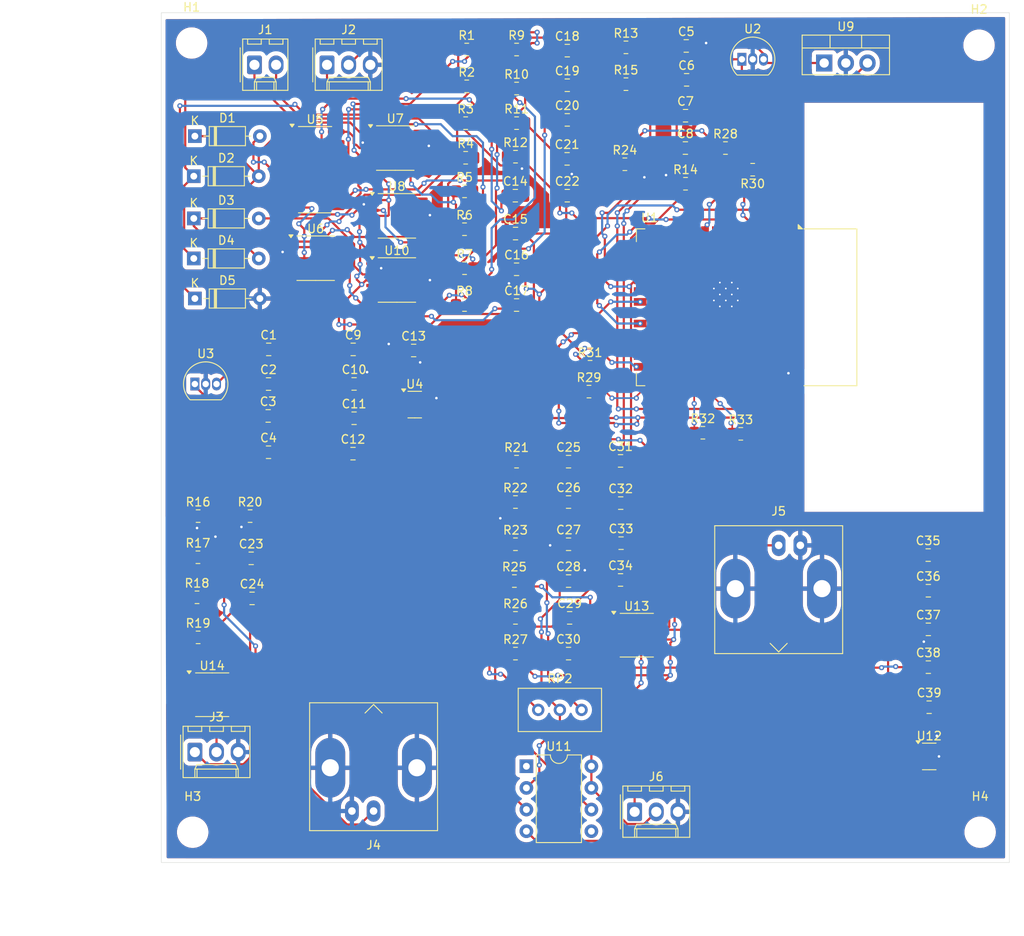
<source format=kicad_pcb>
(kicad_pcb (version 20240108) (generator "pcbnew") (generator_version "8.0")
  (layers (0 "F.Cu" signal) (31 "B.Cu" signal) (34 "B.Paste" user) (35 "F.Paste" user) (36 "B.SilkS" user "B.Silkscreen") (37 "F.SilkS" user "F.Silkscreen") (38 "B.Mask" user) (39 "F.Mask" user) (44 "Edge.Cuts" user))
  (net 0 "")
  (net 1 "GND")
  (net 2 "+9V")
  (net 3 "+3.3V")
  (net 4 "VCC")
  (net 5 "+5V")
  (net 6 "-3.3V")
  (net 7 "Net-(U4-C_{FLY-})")
  (net 8 "Net-(U4-C_{FLY+})")
  (net 9 "Net-(C14-Pad1)")
  (net 10 "Net-(U5-EN2)")
  (net 11 "Net-(C17-Pad1)")
  (net 12 "Net-(C21-Pad1)")
  (net 13 "/TDS_Data")
  (net 14 "/DO_Data")
  (net 15 "Net-(U11-+)")
  (net 16 "Net-(U11--)")
  (net 17 "Net-(C28-Pad2)")
  (net 18 "-5V")
  (net 19 "Net-(U12-C_{FLY-})")
  (net 20 "Net-(U12-C_{FLY+})")
  (net 21 "Net-(D1-A)")
  (net 22 "Net-(D2-K)")
  (net 23 "Net-(D3-A)")
  (net 24 "Net-(J1-Pin_2)")
  (net 25 "Net-(J1-Pin_1)")
  (net 26 "Net-(J4-In)")
  (net 27 "Net-(J5-In)")
  (net 28 "/PH_Data")
  (net 29 "Net-(U5-EN1)")
  (net 30 "Net-(U5-EN3)")
  (net 31 "Net-(U5-Q4)")
  (net 32 "Net-(R3-Pad1)")
  (net 33 "Net-(R6-Pad2)")
  (net 34 "/Turbidity_Data")
  (net 35 "/DQ")
  (net 36 "/Turbidity_GND")
  (net 37 "Net-(U14-IN+)")
  (net 38 "Net-(U14-IN-)")
  (net 39 "Net-(U14-OUT)")
  (net 40 "Net-(R22-Pad1)")
  (net 41 "Net-(R23-Pad2)")
  (net 42 "Net-(R25-Pad1)")
  (net 43 "Net-(U13-IN-)")
  (net 82 "Net-(J6-Pin_1)")
  (net 83 "Net-(U1-IO0)")
  (net 84 "Net-(U1-IO5)")
  (net 85 "Net-(U1-IO45)")
  (net 86 "Net-(U1-IO38)")
  (net 87 "Net-(U1-IO39)")
  (footprint "Resistor_SMD:R_0805_2012Metric_Pad1.20x1.40mm_HandSolder" (layer "F.Cu") (at 143.891 46.101 180)
    (property "Reference" "R30")
    (property "Value" "R10k")
  )
  (footprint "Package_SO:TSSOP-14_4.4x5mm_P0.65mm" (layer "F.Cu") (at 102.1765 51.517)
    (property "Reference" "U8")
    (property "Value" "LM324PW")
  )
  (footprint "Capacitor_SMD:C_0805_2012Metric_Pad1.18x1.45mm_HandSolder" (layer "F.Cu") (at 122.301 94.361)
    (property "Reference" "C28")
    (property "Value" "1nF")
  )
  (footprint "Resistor_SMD:R_0805_2012Metric_Pad1.20x1.40mm_HandSolder" (layer "F.Cu") (at 84.963 86.741)
    (property "Reference" "R20")
    (property "Value" "220")
  )
  (footprint "Package_SO:TSSOP-14_4.4x5mm_P0.65mm" (layer "F.Cu") (at 102.1765 59.04)
    (property "Reference" "U10")
    (property "Value" "LM324PW")
  )
  (footprint "Capacitor_SMD:C_0805_2012Metric_Pad1.18x1.45mm_HandSolder" (layer "F.Cu") (at 97.0495 67.183)
    (property "Reference" "C9")
    (property "Value" "100nF")
  )
  (footprint "Resistor_SMD:R_0805_2012Metric_Pad1.20x1.40mm_HandSolder" (layer "F.Cu") (at 78.867 86.741)
    (property "Reference" "R16")
    (property "Value" "7.5k")
  )
  (footprint "Capacitor_SMD:C_0805_2012Metric_Pad1.18x1.45mm_HandSolder" (layer "F.Cu") (at 122.428 98.679)
    (property "Reference" "C29")
    (property "Value" "100nF")
  )
  (footprint "Resistor_SMD:R_0805_2012Metric_Pad1.20x1.40mm_HandSolder" (layer "F.Cu") (at 110.236 44.704)
    (property "Reference" "R4")
    (property "Value" "6.8k")
  )
  (footprint "Diode_THT:D_DO-35_SOD27_P7.62mm_Horizontal" (layer "F.Cu") (at 78.359 46.863)
    (property "Reference" "D2")
    (property "Value" "1N4148")
  )
  (footprint "Capacitor_SMD:C_0805_2012Metric_Pad1.18x1.45mm_HandSolder" (layer "F.Cu") (at 164.4865 95.494)
    (property "Reference" "C36")
    (property "Value" "100nF")
  )
  (footprint "Capacitor_SMD:C_0805_2012Metric_Pad1.18x1.45mm_HandSolder" (layer "F.Cu") (at 128.459 89.916)
    (property "Reference" "C33")
    (property "Value" "10uF")
  )
  (footprint "Connector_Coaxial:BNC_Amphenol_B6252HB-NPP3G-50_Horizontal" (layer "F.Cu") (at 146.939 90.17 180)
    (property "Reference" "J5")
    (property "Value" "Conn_Coaxial")
  )
  (footprint "Resistor_SMD:R_0805_2012Metric_Pad1.20x1.40mm_HandSolder" (layer "F.Cu") (at 115.951 94.361)
    (property "Reference" "R25")
    (property "Value" "30k")
  )
  (footprint "Capacitor_SMD:C_0805_2012Metric_Pad1.18x1.45mm_HandSolder" (layer "F.Cu") (at 116.0835 53.594)
    (property "Reference" "C15")
    (property "Value" "100nF")
  )
  (footprint "Resistor_SMD:R_0805_2012Metric_Pad1.20x1.40mm_HandSolder" (layer "F.Cu") (at 78.867 100.965)
    (property "Reference" "R19")
    (property "Value" "300k")
  )
  (footprint "Resistor_SMD:R_0805_2012Metric_Pad1.20x1.40mm_HandSolder" (layer "F.Cu") (at 116.078 90.043)
    (property "Reference" "R23")
    (property "Value" "1k")
  )
  (footprint "Resistor_SMD:R_0805_2012Metric_Pad1.20x1.40mm_HandSolder" (layer "F.Cu") (at 124.698 72.136)
    (property "Reference" "R29")
    (property "Value" "R10k")
  )
  (footprint "Resistor_SMD:R_0805_2012Metric_Pad1.20x1.40mm_HandSolder" (layer "F.Cu") (at 110.363 32.004)
    (property "Reference" "R1")
    (property "Value" "100k")
  )
  (footprint "Resistor_SMD:R_0805_2012Metric_Pad1.20x1.40mm_HandSolder" (layer "F.Cu") (at 116.205 80.353)
    (property "Reference" "R21")
    (property "Value" "4.7k")
  )
  (footprint "Capacitor_SMD:C_0805_2012Metric_Pad1.18x1.45mm_HandSolder" (layer "F.Cu") (at 122.301 80.353)
    (property "Reference" "C25")
    (property "Value" "2.2nF")
  )
  (footprint "Resistor_SMD:R_0805_2012Metric_Pad1.20x1.40mm_HandSolder" (layer "F.Cu") (at 110.109 48.641)
    (property "Reference" "R5")
    (property "Value" "1M")
  )
  (footprint "MountingHole:MountingHole_3.2mm_M3" (layer "F.Cu") (at 170.434 31.496)
    (property "Reference" "H2")
    (property "Value" "MountingHole")
  )
  (footprint "Capacitor_SMD:C_0805_2012Metric_Pad1.18x1.45mm_HandSolder" (layer "F.Cu") (at 85.1955 96.393)
    (property "Reference" "C24")
    (property "Value" "10nF")
  )
  (footprint "Capacitor_SMD:C_0805_2012Metric_Pad1.18x1.45mm_HandSolder" (layer "F.Cu") (at 87.1435 67.183)
    (property "Reference" "C1")
    (property "Value" "10uF")
  )
  (footprint "Package_TO_SOT_THT:TO-220-3_Vertical" (layer "F.Cu") (at 152.273 33.584)
    (property "Reference" "U9")
    (property "Value" "LM340T-15/NOPB")
  )
  (footprint "Package_TO_SOT_SMD:SOT-23-5" (layer "F.Cu") (at 104.267 73.66)
    (property "Reference" "U4")
    (property "Value" "TPS60400DBV")
  )
  (footprint "Capacitor_SMD:C_0805_2012Metric_Pad1.18x1.45mm_HandSolder" (layer "F.Cu") (at 122.1525 36.195)
    (property "Reference" "C19")
    (property "Value" "4.7nF")
  )
  (footprint "Capacitor_SMD:C_0805_2012Metric_Pad1.18x1.45mm_HandSolder" (layer "F.Cu") (at 104.14 67.31)
    (property "Reference" "C13")
    (property "Value" "10uF")
  )
  (footprint "Capacitor_SMD:C_0805_2012Metric_Pad1.18x1.45mm_HandSolder" (layer "F.Cu") (at 128.4185 85.217)
    (property "Reference" "C32")
    (property "Value" "100uF")
  )
  (footprint "Resistor_SMD:R_0805_2012Metric_Pad1.20x1.40mm_HandSolder" (layer "F.Cu") (at 140.7 43.561)
    (property "Reference" "R28")
    (property "Value" "3.3k")
  )
  (footprint "Resistor_SMD:R_0805_2012Metric_Pad1.20x1.40mm_HandSolder" (layer "F.Cu") (at 116.078 85.09)
    (property "Reference" "R22")
    (property "Value" "2.2k")
  )
  (footprint "Package_SO:SOIC-16_3.9x9.9mm_P1.27mm" (layer "F.Cu") (at 92.583 46.101)
    (property "Reference" "U5")
    (property "Value" "CD4060BM")
  )
  (footprint "Capacitor_SMD:C_0805_2012Metric_Pad1.18x1.45mm_HandSolder" (layer "F.Cu") (at 122.301 102.87)
    (property "Reference" "C30")
    (property "Value" "10uF")
  )
  (footprint "Resistor_SMD:R_0805_2012Metric_Pad1.20x1.40mm_HandSolder" (layer "F.Cu") (at 110.363 36.322)
    (property "Reference" "R2")
    (property "Value" "10k")
  )
  (footprint "Capacitor_SMD:C_0805_2012Metric_Pad1.18x1.45mm_HandSolder" (layer "F.Cu") (at 97.155 75.26)
    (property "Reference" "C11")
    (property "Value" "2.2uF")
  )
  (footprint "Connector_Coaxial:BNC_Amphenol_B6252HB-NPP3G-50_Horizontal" (layer "F.Cu") (at 99.441 121.341)
    (property "Reference" "J4")
    (property "Value" "Conn_Coaxial")
  )
  (footprint "Capacitor_SMD:C_0805_2012Metric_Pad1.18x1.45mm_HandSolder" (layer "F.Cu") (at 87.122 79.248)
    (property "Reference" "C4")
    (property "Value" "100nF")
  )
  (footprint "Capacitor_SMD:C_0805_2012Metric_Pad1.18x1.45mm_HandSolder" (layer "F.Cu") (at 122.301 90.043)
    (property "Reference" "C27")
    (property "Value" "10uF")
  )
  (footprint "Capacitor_SMD:C_0805_2012Metric_Pad1.18x1.45mm_HandSolder" (layer "F.Cu") (at 97.028 79.413)
    (property "Reference" "C12")
    (property "Value" "10uF")
  )
  (footprint "Resistor_SMD:R_0805_2012Metric_Pad1.20x1.40mm_HandSolder" (layer "F.Cu") (at 116.2105 40.64)
    (property "Reference" "R11")
    (property "Value" "10k")
  )
  (footprint "Resistor_SMD:R_0805_2012Metric_Pad1.20x1.40mm_HandSolder" (layer "F.Cu") (at 116.2105 32.004)
    (property "Reference" "R9")
    (property "Value" "10k")
  )
  (footprint "Resistor_SMD:R_0805_2012Metric_Pad1.20x1.40mm_HandSolder" (layer "F.Cu") (at 110.236 40.64)
    (property "Reference" "R3")
    (property "Value" "100k")
  )
  (footprint "Capacitor_SMD:C_0805_2012Metric_Pad1.18x1.45mm_HandSolder" (layer "F.Cu") (at 85.09 91.694)
    (property "Reference" "C23")
    (property "Value" "10nF")
  )
  (footprint "Capacitor_SMD:C_0805_2012Metric_Pad1.18x1.45mm_HandSolder" (layer "F.Cu") (at 164.4865 100.025)
    (property "Reference" "C37")
    (property "Value" "2.2uF")
  )
  (footprint "Package_SO:SOIC-8_3.9x4.9mm_P1.27mm" (layer "F.Cu") (at 80.518 107.696)
    (property "Reference" "U14")
    (property "Value" "TP5551-SR")
  )
  (footprint "MountingHole:MountingHole_3.2mm_M3" (layer "F.Cu") (at 170.561 123.825)
    (property "Reference" "H4")
    (property "Value" "MountingHole")
  )
  (footprint "Package_DIP:DIP-8_W7.62mm" (layer "F.Cu") (at 117.358 116.088)
    (property "Reference" "U11")
    (property "Value" "CA3140")
  )
  (footprint "Package_TO_SOT_THT:TO-92_Inline" (layer "F.Cu") (at 78.486 71.247)
    (property "Reference" "U3")
    (property "Value" "LP2950-3.3_TO92")
  )
  (footprint "Capacitor_SMD:C_0805_2012Metric_Pad1.18x1.45mm_HandSolder" (layer "F.Cu") (at 116.205 61.976)
    (property "Reference" "C17")
    (property "Value" "100nF")
  )
  (footprint "Connector_Molex:Molex_KK-254_AE-6410-03A_1x03_P2.54mm_Vertical" (layer "F.Cu") (at 130.048 121.432)
    (property "Reference" "J6")
    (property "Value" "Conn_01x03")
  )
  (footprint "Capacitor_SMD:C_0805_2012Metric_Pad1.18x1.45mm_HandSolder" (layer "F.Cu") (at 136.017 39.768)
    (property "Reference" "C7")
    (property "Value" "10uF")
  )
  (footprint "Connector_Molex:Molex_KK-254_AE-6410-02A_1x02_P2.54mm_Vertical" (layer "F.Cu") (at 85.471 33.802)
    (property "Reference" "J1")
    (property "Value" "Conn_01x02")
  )
  (footprint "Resistor_SMD:R_0805_2012Metric_Pad1.20x1.40mm_HandSolder" (layer "F.Cu") (at 129.032 36.068)
    (property "Reference" "R15")
    (property "Value" "470")
  )
  (footprint "Resistor_SMD:R_0805_2012Metric_Pad1.20x1.40mm_HandSolder" (layer "F.Cu") (at 129.032 31.75)
    (property "Reference" "R13")
    (property "Value" "4.7k")
  )
  (footprint "Capacitor_SMD:C_0805_2012Metric_Pad1.18x1.45mm_HandSolder" (layer "F.Cu") (at 122.301 85.09)
    (property "Reference" "C26")
    (property "Value" "100nF")
  )
  (footprint "Capacitor_SMD:C_0805_2012Metric_Pad1.18x1.45mm_HandSolder" (layer "F.Cu") (at 128.397 94.234)
    (property "Reference" "C34")
    (property "Value" "100nF")
  )
  (footprint "Resistor_SMD:R_0805_2012Metric_Pad1.20x1.40mm_HandSolder" (layer "F.Cu") (at 138.049 76.962)
    (property "Reference" "R32")
    (property "Value" "R10k")
  )
  (footprint "Capacitor_SMD:C_0805_2012Metric_Pad1.18x1.45mm_HandSolder" (layer "F.Cu") (at 128.397 80.264)
    (property "Reference" "C31")
    (property "Value" "10nF")
  )
  (footprint "Diode_THT:D_DO-35_SOD27_P7.62mm_Horizontal" (layer "F.Cu") (at 78.486 42.164)
    (property "Reference" "D1")
    (property "Value" "1N4148")
  )
  (footprint "Resistor_SMD:R_0805_2012Metric_Pad1.20x1.40mm_HandSolder" (layer "F.Cu") (at 116.078 102.87)
    (property "Reference" "R27")
    (property "Value" "30k")
  )
  (footprint "Capacitor_SMD:C_0805_2012Metric_Pad1.18x1.45mm_HandSolder" (layer "F.Cu") (at 164.4865 104.46)
    (property "Reference" "C38")
    (property "Value" "10uF")
  )
  (footprint "Resistor_SMD:R_0805_2012Metric_Pad1.20x1.40mm_HandSolder" (layer "F.Cu") (at 116.078 98.679)
    (property "Reference" "R26")
    (property "Value" "75k")
  )
  (footprint "Capacitor_SMD:C_0805_2012Metric_Pad1.18x1.45mm_HandSolder" (layer "F.Cu") (at 87.122 71.247)
    (property "Reference" "C2")
    (property "Value" "100nF")
  )
  (footprint "Capacitor_SMD:C_0805_2012Metric_Pad1.18x1.45mm_HandSolder" (layer "F.Cu") (at 122.1525 40.259)
    (property "Reference" "C20")
    (property "Value" "100nF")
  )
  (footprint "Capacitor_SMD:C_0805_2012Metric_Pad1.18x1.45mm_HandSolder" (layer "F.Cu") (at 136.101 31.585)
    (property "Reference" "C5")
    (property "Value" "10uF")
  )
  (footprint "Potentiometer_THT:Potentiometer_Bourns_3296W_Vertical" (layer "F.Cu") (at 123.825 109.474)
    (property "Reference" "RP2")
    (property "Value" "5k")
  )
  (footprint "Diode_THT:D_DO-35_SOD27_P7.62mm_Horizontal" (layer "F.Cu") (at 78.486 61.214)
    (property "Reference" "D5")
    (property "Value" "1N4148")
  )
  (footprint "Resistor_SMD:R_0805_2012Metric_Pad1.20x1.40mm_HandSolder" (layer "F.Cu") (at 78.74 96.266)
    (property "Reference" "R18")
    (property "Value" "8.2k")
  )
  (footprint "Capacitor_SMD:C_0805_2012Metric_Pad1.18x1.45mm_HandSolder" (layer "F.Cu") (at 164.465 91.313)
    (property "Reference" "C35")
    (property "Value" "10uF")
  )
  (footprint "Capacitor_SMD:C_0805_2012Metric_Pad1.18x1.45mm_HandSolder" (layer "F.Cu") (at 122.1525 32.131)
    (property "Reference" "C18")
    (property "Value" "4.7nF")
  )
  (footprint "Capacitor_SMD:C_0805_2012Metric_Pad1.18x1.45mm_HandSolder" (layer "F.Cu") (at 136.001 43.561)
    (property "Reference" "C8")
    (property "Value" "100nF")
  )
  (footprint "MountingHole:MountingHole_3.2mm_M3" (layer "F.Cu") (at 78.105 31.242)
    (property "Reference" "H1")
    (property "Value" "MountingHole")
  )
  (footprint "Resistor_SMD:R_0805_2012Metric_Pad1.20x1.40mm_HandSolder" (layer "F.Cu") (at 136.017 47.752)
    (property "Reference" "R14")
    (property "Value" "4.7k")
  )
  (footprint "Capacitor_SMD:C_0805_2012Metric_Pad1.18x1.45mm_HandSolder" (layer "F.Cu") (at 87.079 74.989)
    (property "Reference" "C3")
    (property "Value" "10uF")
  )
  (footprint "Diode_THT:D_DO-35_SOD27_P7.62mm_Horizontal" (layer "F.Cu") (at 78.359 51.816)
    (property "Reference" "D3")
    (property "Value" "1N4148")
  )
  (footprint "Connector_Molex:Molex_KK-254_AE-6410-03A_1x03_P2.54mm_Vertical" (layer "F.Cu") (at 93.98 33.802)
    (property "Reference" "J2")
    (property "Value" "Conn_01x03")
  )
  (footprint "Package_SO:TSSOP-14_4.4x5mm_P0.65mm" (layer "F.Cu") (at 101.981 43.561)
    (property "Reference" "U7")
    (property "Value" "LM324PW")
  )
  (footprint "Resistor_SMD:R_0805_2012Metric_Pad1.20x1.40mm_HandSolder" (layer "F.Cu") (at 110.1035 61.976)
    (property "Reference" "R8")
    (property "Value" "10k")
  )
  (footprint "Capacitor_SMD:C_0805_2012Metric_Pad1.18x1.45mm_HandSolder" (layer "F.Cu") (at 116.062 49.149)
    (property "Reference" "C14")
    (property "Value" "1nF")
  )
  (footprint "Capacitor_SMD:C_0805_2012Metric_Pad1.18x1.45mm_HandSolder" (layer "F.Cu") (at 116.205 57.785)
    (property "Reference" "C16")
    (property "Value" "100nF")
  )
  (footprint "Package_TO_SOT_SMD:SOT-23-5" (layer "F.Cu") (at 164.592 114.935)
    (property "Reference" "U12")
    (property "Value" "TPS60400DBV")
  )
  (footprint "Resistor_SMD:R_0805_2012Metric_Pad1.20x1.40mm_HandSolder" (layer "F.Cu") (at 142.494 77.089)
    (property "Reference" "R33")
    (property "Value" "R10k")
  )
  (footprint "Capacitor_SMD:C_0805_2012Metric_Pad1.18x1.45mm_HandSolder" (layer "F.Cu") (at 122.1525 49.149)
    (property "Reference" "C22")
    (property "Value" "1nF")
  )
  (footprint "Resistor_SMD:R_0805_2012Metric_Pad1.20x1.40mm_HandSolder" (layer "F.Cu") (at 128.905 45.466)
    (property "Reference" "R24")
    (property "Value" "1.8k")
  )
  (footprint "Capacitor_SMD:C_0805_2012Metric_Pad1.18x1.45mm_HandSolder" (layer "F.Cu") (at 136.144 35.56)
    (property "Reference" "C6")
    (property "Value" "100nF")
  )
  (footprint "Capacitor_SMD:C_0805_2012Metric_Pad1.18x1.45mm_HandSolder" (layer "F.Cu") (at 122.131 44.831)
    (property "Reference" "C21")
    (property "Value" "1nF")
  )
  (footprint "Resistor_SMD:R_0805_2012Metric_Pad1.20x1.40mm_HandSolder" (layer "F.Cu") (at 124.825 69.215)
    (property "Reference" "R31")
    (property "Value" "R10k")
  )
  (footprint "Capacitor_SMD:C_0805_2012Metric_Pad1.18x1.45mm_HandSolder" (layer "F.Cu") (at 164.581 109.159)
    (property "Reference" "C39")
    (property "Value" "100nF")
  )
  (footprint "Package_TO_SOT_THT:TO-92_Inline" (layer "F.Cu") (at 142.621 33.147)
    (property "Reference" "U2")
    (property "Value" "LP2950-5.0_TO92")
  )
  (footprint "Connector_Molex:Molex_KK-254_AE-6410-03A_1x03_P2.54mm_Vertical" (layer "F.Cu") (at 78.486 114.427)
    (property "Reference" "J3")
    (property "Value" "Conn_01x03")
  )
  (footprint "Package_SO:SOIC-8_3.9x4.9mm_P1.27mm" (layer "F.Cu") (at 130.302 100.711)
    (property "Reference" "U13")
    (property "Value" "TL081BCDG4")
  )
  (footprint "Capacitor_SMD:C_0805_2012Metric_Pad1.18x1.45mm_HandSolder" (layer "F.Cu") (at 97.155 71.234)
    (property "Reference" "C10")
    (property "Value" "100nF")
  )
  (footprint "Resistor_SMD:R_0805_2012Metric_Pad1.20x1.40mm_HandSolder" (layer "F.Cu") (at 78.8455 91.567)
    (property "Reference" "R17")
    (property "Value" "4.7k")
  )
  (footprint "Diode_THT:D_DO-35_SOD27_P7.62mm_Horizontal" (layer "F.Cu") (at 78.359 56.515)
    (property "Reference" "D4")
    (property "Value" "1N4148")
  )
  (footprint "RF_Module:ESP32-S3-WROOM-1" (layer "F.Cu") (at 143.203 62.243 -90)
    (property "Reference" "U1")
    (property "Value" "ESP32-S3-WROOM-1")
  )
  (footprint "Resistor_SMD:R_0805_2012Metric_Pad1.20x1.40mm_HandSolder" (layer "F.Cu") (at 110.1035 53.086)
    (property "Reference" "R6")
    (property "Value" "5.6k")
  )
  (footprint "MountingHole:MountingHole_3.2mm_M3" (layer "F.Cu") (at 78.232 123.825)
    (property "Reference" "H3")
    (property "Value" "MountingHole")
  )
  (footprint "Resistor_SMD:R_0805_2012Metric_Pad1.20x1.40mm_HandSolder" (layer "F.Cu") (at 110.109 57.658)
    (property "Reference" "R7")
    (property "Value" "10k")
  )
  (footprint "Resistor_SMD:R_0805_2012Metric_Pad1.20x1.40mm_HandSolder" (layer "F.Cu") (at 116.2105 36.576)
    (property "Reference" "R10")
    (property "Value" "10k")
  )
  (footprint "Resistor_SMD:R_0805_2012Metric_Pad1.20x1.40mm_HandSolder" (layer "F.Cu") (at 116.0835 44.577)
    (property "Reference" "R12")
    (property "Value" "10k")
  )
  (footprint "Package_SO:TSSOP-14_4.4x5mm_P0.65mm" (layer "F.Cu") (at 92.6515 56.485)
    (property "Reference" "U6")
    (property "Value" "LM324PW")
  )
  (gr_rect (start 74.549 27.686) (end 173.99 127.381) (stroke (width 0.05)) (fill none) (layer "Edge.Cuts"))
  (segment (start 117.2425 61.976) (end 117.2425 61.3625) (width 0.254) (layer "F.Cu") (net 1))
  (segment (start 117.2425 61.3625) (end 115.316 59.436) (width 0.254) (layer "F.Cu") (net 1))
  (via (at 116.84 45.974) (size 0.6) (drill 0.3) (layers "F.Cu" "B.Cu") (net 1))
  (via (at 148.082 69.977) (size 0.6) (drill 0.3) (layers "F.Cu" "B.Cu") (net 1))
  (via (at 138.43 31.242) (size 0.6) (drill 0.3) (layers "F.Cu" "B.Cu") (net 1))
  (via (at 88.773 55.753) (size 0.6) (drill 0.3) (layers "F.Cu" "B.Cu") (net 1))
  (via (at 165.735 114.935) (size 0.6) (drill 0.3) (layers "F.Cu" "B.Cu") (net 1))
  (via (at 100.33 57.658) (size 0.6) (drill 0.3) (layers "F.Cu" "B.Cu") (net 1))
  (via (at 101.219 66.548) (size 0.6) (drill 0.3) (layers "F.Cu" "B.Cu") (net 1))
  (via (at 105.918 43.307) (size 0.6) (drill 0.3) (layers "F.Cu" "B.Cu") (net 1))
  (via (at 110.109 51.816) (size 0.6) (drill 0.3) (layers "F.Cu" "B.Cu") (net 1))
  (via (at 124.206 93.091) (size 0.6) (drill 0.3) (layers "F.Cu" "B.Cu") (net 1))
  (via (at 133.731 46.736) (size 0.6) (drill 0.3) (layers "F.Cu" "B.Cu") (net 1))
  (via (at 114.3 86.995) (size 0.6) (drill 0.3) (layers "F.Cu" "B.Cu") (net 1))
  (via (at 131.191 46.99) (size 0.6) (drill 0.3) (layers "F.Cu" "B.Cu") (net 1))
  (via (at 106.045 59.055) (size 0.6) (drill 0.3) (layers "F.Cu" "B.Cu") (net 1))
  (via (at 78.74 88.138) (size 0.6) (drill 0.3) (layers "F.Cu" "B.Cu") (net 1))
  (via (at 120.142 90.17) (size 0.6) (drill 0.3) (layers "F.Cu" "B.Cu") (net 1))
  (via (at 104.902 68.707) (size 0.6) (drill 0.3) (layers "F.Cu" "B.Cu") (net 1))
  (via (at 106.045 51.435) (size 0.6) (drill 0.3) (layers "F.Cu" "B.Cu") (net 1))
  (via (at 83.947 88.011) (size 0.6) (drill 0.3) (layers "F.Cu" "B.Cu") (net 1))
  (via (at 165.481 112.522) (size 0.6) (drill 0.3) (layers "F.Cu" "B.Cu") (net 1))
  (via (at 115.316 59.436) (size 0.6) (drill 0.3) (layers "F.Cu" "B.Cu") (net 1))
  (via (at 106.807 72.898) (size 0.6) (drill 0.3) (layers "F.Cu" "B.Cu") (net 1))
  (via (at 80.899 89.154) (size 0.6) (drill 0.3) (layers "F.Cu" "B.Cu") (net 1))
  (via (at 98.298 50.165) (size 0.6) (drill 0.3) (layers "F.Cu" "B.Cu") (net 1))
  (via (at 163.957 101.473) (size 0.6) (drill 0.3) (layers "F.Cu" "B.Cu") (net 1))
  (via (at 98.171 42.926) (size 0.6) (drill 0.3) (layers "F.Cu" "B.Cu") (net 1))
  (via (at 122.682 46.609) (size 0.6) (drill 0.3) (layers "F.Cu" "B.Cu") (net 1))
  (via (at 98.679 69.85) (size 0.6) (drill 0.3) (layers "F.Cu" "B.Cu") (net 1))
  (segment (start 86.106 71.2255) (end 86.0845 71.247) (width 0.254) (layer "F.Cu") (net 2))
  (segment (start 86.106 67.183) (end 86.106 71.2255) (width 0.254) (layer "F.Cu") (net 2))
  (segment (start 86.106 67.183) (end 85.09 67.183) (width 0.254) (layer "F.Cu") (net 2))
  (segment (start 85.09 67.183) (end 81.026 71.247) (width 0.254) (layer "F.Cu") (net 2))
  (segment (start 95.9905 79.413) (end 95.1035 80.3) (width 0.254) (layer "F.Cu") (net 3))
  (segment (start 97.110721 43.008721) (end 97.29 43.188) (width 0.254) (layer "F.Cu") (net 3))
  (segment (start 86.0415 74.989) (end 86.0415 79.205) (width 0.254) (layer "F.Cu") (net 3))
  (segment (start 125.825 69.215) (end 125.476 69.215) (width 0.254) (layer "F.Cu") (net 3))
  (segment (start 96.012 67.183) (end 96.012 61.604501) (width 0.254) (layer "F.Cu") (net 3))
  (segment (start 97.830851 54.620999) (end 99.314 56.104148) (width 0.254) (layer "F.Cu") (net 3))
  (segment (start 95.1035 80.3) (end 87.1365 80.3) (width 0.254) (layer "F.Cu") (net 3))
  (segment (start 99.314 51.517) (end 98.576501 51.517) (width 0.254) (layer "F.Cu") (net 3))
  (segment (start 99.314 51.517) (end 101.137 51.517) (width 0.254) (layer "F.Cu") (net 3))
  (segment (start 75.833 87.108) (end 83.693 79.248) (width 0.254) (layer "F.Cu") (net 3))
  (segment (start 84.582 55.118) (end 85.979 56.515) (width 0.254) (layer "F.Cu") (net 3))
  (segment (start 85.979 44.131264) (end 89.081264 41.029) (width 0.254) (layer "F.Cu") (net 3))
  (segment (start 97.414712 43.188) (end 97.787712 43.561) (width 0.254) (layer "F.Cu") (net 3))
  (segment (start 96.012 61.604501) (end 97.35025 60.26625) (width 0.254) (layer "F.Cu") (net 3))
  (segment (start 100.457 44.162001) (end 99.855999 43.561) (width 0.254) (layer "F.Cu") (net 3))
  (segment (start 101.219 49.667) (end 99.414 49.667) (width 0.254) (layer "F.Cu") (net 3))
  (segment (start 101.219 51.435) (end 101.219 49.667) (width 0.254) (layer "F.Cu") (net 3))
  (segment (start 86.0415 74.989) (end 82.003 74.989) (width 0.254) (layer "F.Cu") (net 3))
  (segment (start 104.690264 72.083) (end 104.119 72.654264) (width 0.254) (layer "F.Cu") (net 3))
  (segment (start 81.28 42.164) (end 85.979 46.863) (width 0.254) (layer "F.Cu") (net 3))
  (segment (start 99.855999 43.561) (end 99.1185 43.561) (width 0.254) (layer "F.Cu") (net 3))
  (segment (start 98.576501 51.517) (end 97.79 52.303501) (width 0.254) (layer "F.Cu") (net 3))
  (segment (start 104.119 72.654264) (end 104.119 73.115) (width 0.254) (layer "F.Cu") (net 3))
  (segment (start 80.772 55.118) (end 84.582 55.118) (width 0.254) (layer "F.Cu") (net 3))
  (segment (start 97.48134 59.00034) (end 98.04875 59.56775) (width 0.254) (layer "F.Cu") (net 3))
  (segment (start 97.110721 42.260455) (end 97.110721 43.008721) (width 0.254) (layer "F.Cu") (net 3))
  (segment (start 95.203 73.533) (end 95.203 78.6255) (width 0.254) (layer "F.Cu") (net 3))
  (segment (start 78.486 71.472) (end 78.486 71.247) (width 0.254) (layer "F.Cu") (net 3))
  (segment (start 78.043 109.601) (end 77.068001 109.601) (width 0.254) (layer "F.Cu") (net 3))
  (segment (start 102.489 73.66) (end 103.1295 73.66) (width 0.254) (layer "F.Cu") (net 3))
  (segment (start 99.414 49.667) (end 99.314 49.567) (width 0.254) (layer "F.Cu") (net 3))
  (segment (start 109.41298 72.083) (end 104.690264 72.083) (width 0.254) (layer "F.Cu") (net 3))
  (segment (start 123.698 71.342) (end 125.825 69.215) (width 0.254) (layer "F.Cu") (net 3))
  (segment (start 97.29 43.188) (end 97.414712 43.188) (width 0.254) (layer "F.Cu") (net 3))
  (segment (start 117.2425 57.785) (end 117.2425 59.9655) (width 0.254) (layer "F.Cu") (net 3))
  (segment (start 118.872 62.611) (end 118.872 62.62398) (width 0.254) (layer "F.Cu") (net 3))
  (segment (start 147.193 53.086) (end 144.907 50.8) (width 0.254) (layer "F.Cu") (net 3))
  (segment (start 147.193 53.493) (end 147.193 53.086) (width 0.254) (layer "F.Cu") (net 3))
  (segment (start 85.979 46.863) (end 85.979 44.131264) (width 0.254) (layer "F.Cu") (net 3))
  (segment (start 118.872 60.706) (end 118.872 62.611) (width 0.254) (layer "F.Cu") (net 3))
  (segment (start 101.219 47.786) (end 100.457 47.024) (width 0.254) (layer "F.Cu") (net 3))
  (segment (start 118.872 62.62398) (end 109.41298 72.083) (width 0.254) (layer "F.Cu") (net 3))
  (segment (start 97.35025 60.26625) (end 97.409 60.2075) (width 0.254) (layer "F.Cu") (net 3))
  (segment (start 94.431 41.029) (end 95.058 41.656) (width 0.254) (layer "F.Cu") (net 3))
  (segment (start 103.1295 73.66) (end 95.33 73.66) (width 0.254) (layer "F.Cu") (net 3))
  (segment (start 101.137 51.517) (end 101.219 51.435) (width 0.254) (layer "F.Cu") (net 3))
  (segment (start 144.891 50.784) (end 144.907 50.8) (width 0.254) (layer "F.Cu") (net 3))
  (segment (start 97.79 52.303501) (end 97.79 53.367) (width 0.254) (layer "F.Cu") (net 3))
  (segment (start 95.203 78.6255) (end 95.9905 79.413) (width 0.254) (layer "F.Cu") (net 3))
  (segment (start 78.359 51.816) (end 78.359 52.705) (width 0.254) (layer "F.Cu") (net 3))
  (segment (start 96.506266 41.656) (end 97.110721 42.260455) (width 0.254) (layer "F.Cu") (net 3))
  (segment (start 78.359 51.816) (end 81.026 51.816) (width 0.254) (layer "F.Cu") (net 3))
  (segment (start 78.043 109.601) (end 81.026 112.584) (width 0.254) (layer "F.Cu") (net 3))
  (segment (start 144.907 50.8) (end 135.001 50.8) (width 0.254) (layer "F.Cu") (net 3))
  (segment (start 89.081264 41.029) (end 94.431 41.029) (width 0.254) (layer "F.Cu") (net 3))
  (segment (start 95.33 73.66) (end 95.203 73.533) (width 0.254) (layer "F.Cu") (net 3))
  (segment (start 103.574 73.66) (end 103.1295 73.66) (width 0.254) (layer "F.Cu") (net 3))
  (segment (start 82.003 74.989) (end 78.486 71.472) (width 0.254) (layer "F.Cu") (net 3))
  (segment (start 96.012 67.183) (end 95.203 67.992) (width 0.254) (layer "F.Cu") (net 3))
  (segment (start 85.036 80.2965) (end 86.0845 79.248) (width 0.254) (layer "F.Cu") (net 3))
  (segment (start 98.04875 59.56775) (end 98.576501 59.04) (width 0.254) (layer "F.Cu") (net 3))
  (segment (start 126.873 52.705) (end 118.872 60.706) (width 0.254) (layer "F.Cu") (net 3))
  (segment (start 85.036 90.6025) (end 85.036 80.2965) (width 0.254) (layer "F.Cu") (net 3))
  (segment (start 104.119 73.115) (end 103.574 73.66) (width 0.254) (layer "F.Cu") (net 3))
  (segment (start 81.026 112.584) (end 81.026 114.427) (width 0.254) (layer "F.Cu") (net 3))
  (segment (start 98.576501 59.04) (end 99.314 59.04) (width 0.254) (layer "F.Cu") (net 3))
  (segment (start 100.457 47.024) (end 100.457 44.162001) (width 0.254) (layer "F.Cu") (net 3))
  (segment (start 87.1365 80.3) (end 86.0845 79.248) (width 0.254) (layer "F.Cu") (net 3))
  (segment (start 97.787712 43.561) (end 99.1185 43.561) (width 0.254) (layer "F.Cu") (net 3))
  (segment (start 125.476 69.215) (end 118.872 62.611) (width 0.254) (layer "F.Cu") (net 3))
  (segment (start 78.359 52.705) (end 80.772 55.118) (width 0.254) (layer "F.Cu") (net 3))
  (segment (start 97.860053 54.650201) (end 97.860053 57.206947) (width 0.254) (layer "F.Cu") (net 3))
  (segment (start 95.058 41.656) (end 96.506266 41.656) (width 0.254) (layer "F.Cu") (net 3))
  (segment (start 77.068001 109.601) (end 75.833 108.365999) (width 0.254) (layer "F.Cu") (net 3))
  (segment (start 86.0415 79.205) (end 86.0845 79.248) (width 0.254) (layer "F.Cu") (net 3))
  (segment (start 97.830851 54.620999) (end 97.860053 54.650201) (width 0.254) (layer "F.Cu") (net 3))
  (segment (start 97.35025 60.26625) (end 98.04875 59.56775) (width 0.254) (layer "F.Cu") (net 3))
  (segment (start 78.486 42.164) (end 81.28 42.164) (width 0.254) (layer "F.Cu") (net 3))
  (segment (start 95.203 67.992) (end 95.203 73.533) (width 0.254) (layer "F.Cu") (net 3))
  (segment (start 75.833 108.365999) (end 75.833 87.108) (width 0.254) (layer "F.Cu") (net 3))
  (segment (start 117.2425 59.9655) (end 117.348 60.071) (width 0.254) (layer "F.Cu") (net 3))
  (segment (start 83.693 79.248) (end 86.0845 79.248) (width 0.254) (layer "F.Cu") (net 3))
  (segment (start 86.1275 91.694) (end 85.036 90.6025) (width 0.254) (layer "F.Cu") (net 3))
  (segment (start 145.923 53.493) (end 147.193 53.493) (width 0.2) (layer "F.Cu") (net 3))
  (segment (start 99.314 56.104148) (end 99.314 57.09) (width 0.254) (layer "F.Cu") (net 3))
  (segment (start 97.48134 58.60166) (end 97.48134 59.00034) (width 0.254) (layer "F.Cu") (net 3))
  (segment (start 144.891 46.101) (end 144.891 50.784) (width 0.254) (layer "F.Cu") (net 3))
  (segment (start 81.026 51.816) (end 85.979 46.863) (width 0.254) (layer "F.Cu") (net 3))
  (segment (start 123.698 72.136) (end 123.698 71.342) (width 0.254) (layer "F.Cu") (net 3))
  (via (at 135.001 50.8) (size 0.6) (drill 0.3) (layers "F.Cu" "B.Cu") (net 3))
  (via (at 101.219 47.786) (size 0.6) (drill 0.3) (layers "F.Cu" "B.Cu") (net 3))
  (via (at 117.348 60.071) (size 0.6) (drill 0.3) (layers "F.Cu" "B.Cu") (net 3))
  (via (at 97.830851 54.620999) (size 0.6) (drill 0.3) (layers "F.Cu" "B.Cu") (net 3))
  (via (at 126.873 52.705) (size 0.6) (drill 0.3) (layers "F.Cu" "B.Cu") (net 3))
  (via (at 97.48134 58.60166) (size 0.6) (drill 0.3) (layers "F.Cu" "B.Cu") (net 3))
  (via (at 97.79 53.367) (size 0.6) (drill 0.3) (layers "F.Cu" "B.Cu") (net 3))
  (via (at 97.860053 57.206947) (size 0.6) (drill 0.3) (layers "F.Cu" "B.Cu") (net 3))
  (via (at 118.872 60.706) (size 0.6) (drill 0.3) (layers "F.Cu" "B.Cu") (net 3))
  (via (at 101.219 49.667) (size 0.6) (drill 0.3) (layers "F.Cu" "B.Cu") (net 3))
  (via (at 98.04875 59.56775) (size 0.6) (drill 0.3) (layers "F.Cu" "B.Cu") (net 3))
  (segment (start 127.991288 50.3) (end 126.873 51.418288) (width 0.254) (layer "B.Cu") (net 3))
  (segment (start 97.79 54.580148) (end 97.830851 54.620999) (width 0.254) (layer "B.Cu") (net 3))
  (segment (start 117.348 60.071) (end 118.237 60.071) (width 0.254) (layer "B.Cu") (net 3))
  (segment (start 101.219 49.667) (end 101.219 47.786) (width 0.254) (layer "B.Cu") (net 3))
  (segment (start 97.860053 58.222947) (end 97.48134 58.60166) (width 0.254) (layer "B.Cu") (net 3))
  (segment (start 97.79 53.367) (end 97.79 54.580148) (width 0.254) (layer "B.Cu") (net 3))
  (segment (start 126.873 51.418288) (end 126.873 52.705) (width 0.254) (layer "B.Cu") (net 3))
  (segment (start 118.237 60.071) (end 118.872 60.706) (width 0.254) (layer "B.Cu") (net 3))
  (segment (start 97.860053 57.206947) (end 97.860053 58.222947) (width 0.254) (layer "B.Cu") (net 3))
  (segment (start 134.501 50.3) (end 127.991288 50.3) (width 0.254) (layer "B.Cu") (net 3))
  (segment (start 135.001 50.8) (end 134.501 50.3) (width 0.254) (layer "B.Cu") (net 3))
  (segment (start 145.161 32.512) (end 145.161 33.147) (width 0.254) (layer "F.Cu") (net 4))
  (segment (start 145.598 33.584) (end 145.161 33.147) (width 0.254) (layer "F.Cu") (net 4))
  (segment (start 135.0635 35.517) (end 135.1065 35.56) (width 0.254) (layer "F.Cu") (net 4))
  (segment (start 152.273 33.584) (end 145.598 33.584) (width 0.254) (layer "F.Cu") (net 4))
  (segment (start 136.1155 30.533) (end 143.182 30.533) (width 0.254) (layer "F.Cu") (net 4))
  (segment (start 134.0855 30.607) (end 99.715 30.607) (width 0.254) (layer "F.Cu") (net 4))
  (segment (start 135.0635 31.585) (end 135.0635 35.517) (width 0.254) (layer "F.Cu") (net 4))
  (segment (start 99.715 30.607) (end 96.52 33.802) (width 0.254) (layer "F.Cu") (net 4))
  (segment (start 143.182 30.533) (end 145.161 32.512) (width 0.254) (layer "F.Cu") (net 4))
  (segment (start 134.0855 30.607) (end 135.0635 31.585) (width 0.254) (layer "F.Cu") (net 4))
  (segment (start 135.0635 31.585) (end 136.1155 30.533) (width 0.254) (layer "F.Cu") (net 4))
  (segment (start 121.2635 85.09) (end 121.2635 90.043) (width 0.254) (layer "F.Cu") (net 5))
  (segment (start 129.182072 122.854) (end 131.166 122.854) (width 0.254) (layer "F.Cu") (net 5))
  (segment (start 143.256 35.56) (end 142.621 34.925) (width 0.254) (layer "F.Cu") (net 5))
  (segment (start 163.4275 91.313) (end 154.6645 100.076) (width 0.254) (layer "F.Cu") (net 5))
  (segment (start 155.377 35.56) (end 143.256 35.56) (width 0.254) (layer "F.Cu") (net 5))
  (segment (start 132.777 100.076) (end 133.751999 100.076) (width 0.254) (layer "F.Cu") (net 5))
  (segment (start 124.978 116.088) (end 124.978 118.628) (width 0.254) (layer "F.Cu") (net 5))
  (segment (start 131.802001 100.076) (end 130.81 101.068001) (width 0.254) (layer "F.Cu") (net 5))
  (segment (start 163.449 95.494) (end 159.766 99.177) (width 0.254) (layer "F.Cu") (net 5))
  (segment (start 131.166 122.854) (end 132.588 121.432) (width 0.254) (layer "F.Cu") (net 5))
  (segment (start 157.353 33.584) (end 155.377 35.56) (width 0.254) (layer "F.Cu") (net 5))
  (segment (start 134.9795 43.545) (end 134.9635 43.561) (width 0.254) (layer "F.Cu") (net 5))
  (segment (start 128.778 79.6075) (end 128.778 52.416) (width 0.254) (layer "F.Cu") (net 5))
  (segment (start 133.751999 100.076) (end 134.112 99.715999) (width 0.254) (layer "F.Cu") (net 5))
  (segment (start 134.112 89.873) (end 129.456 85.217) (width 0.254) (layer "F.Cu") (net 5))
  (segment (start 129.456 85.217) (end 129.456 80.2855) (width 0.254) (layer "F.Cu") (net 5))
  (segment (start 124.978 112.258) (end 124.978 116.088) (width 0.254) (layer "F.Cu") (net 5))
  (segment (start 134.9635 47.6985) (end 135.017 47.752) (width 0.254) (layer "F.Cu") (net 5))
  (segment (start 129.159 50.927) (end 132.334 47.752) (width 0.254) (layer "F.Cu") (net 5))
  (segment (start 134.9795 39.768) (end 134.9795 43.545) (width 0.254) (layer "F.Cu") (net 5))
  (segment (start 141.6005 33.147) (end 142.621 33.147) (width 0.254) (layer "F.Cu") (net 5))
  (segment (start 128.404 86.269) (end 122.4425 86.269) (width 0.254) (layer "F.Cu") (net 5))
  (segment (start 134.112 99.715999) (end 134.112 89.873) (width 0.254) (layer "F.Cu") (net 5))
  (segment (start 130.81 106.299) (end 130.81 106.426) (width 0.254) (layer "F.Cu") (net 5))
  (segment (start 159.766 113.919) (end 159.766 99.177) (width 0.254) (layer "F.Cu") (net 5))
  (segment (start 129.456 80.2855) (end 129.4345 80.264) (width 0.254) (layer "F.Cu") (net 5))
  (segment (start 163.4545 114.935) (end 160.782 114.935) (width 0.254) (layer "F.Cu") (net 5))
  (segment (start 154.6645 100.076) (end 132.777 100.076) (width 0.254) (layer "F.Cu") (net 5))
  (segment (start 124.978 118.628) (end 124.978 118.649928) (width 0.254) (layer "F.Cu") (net 5))
  (segment (start 134.9635 43.561) (end 134.9635 47.6985) (width 0.254) (layer "F.Cu") (net 5))
  (segment (start 129.4345 80.264) (end 128.778 79.6075) (width 0.254) (layer "F.Cu") (net 5))
  (segment (start 132.334 47.752) (end 135.017 47.752) (width 0.254) (layer "F.Cu") (net 5))
  (segment (start 124.978 118.649928) (end 129.182072 122.854) (width 0.254) (layer "F.Cu") (net 5))
  (segment (start 163.4275 91.313) (end 163.4275 95.4725) (width 0.254) (layer "F.Cu") (net 5))
  (segment (start 129.456 85.217) (end 128.404 86.269) (width 0.254) (layer "F.Cu") (net 5))
  (segment (start 130.81 106.426) (end 124.978 112.258) (width 0.254) (layer "F.Cu") (net 5))
  (segment (start 132.777 100.076) (end 131.802001 100.076) (width 0.254) (layer "F.Cu") (net 5))
  (segment (start 122.4425 86.269) (end 121.2635 85.09) (width 0.254) (layer "F.Cu") (net 5))
  (segment (start 134.9795 39.768) (end 141.6005 33.147) (width 0.254) (layer "F.Cu") (net 5))
  (segment (start 163.4275 95.4725) (end 163.449 95.494) (width 0.254) (layer "F.Cu") (net 5))
  (segment (start 160.782 114.935) (end 159.766 113.919) (width 0.254) (layer "F.Cu") (net 5))
  (segment (start 142.621 34.925) (end 142.621 33.147) (width 0.254) (layer "F.Cu") (net 5))
  (segment (start 130.81 101.068001) (end 130.81 103.886) (width 0.254) (layer "F.Cu") (net 5))
  (via (at 130.81 106.299) (size 0.6) (drill 0.3) (layers "F.Cu" "B.Cu") (net 5))
  (via (at 128.778 52.416) (size 0.6) (drill 0.3) (layers "F.Cu" "B.Cu") (net 5))
  (via (at 130.81 103.886) (size 0.6) (drill 0.3) (layers "F.Cu" "B.Cu") (net 5))
  (via (at 129.159 50.927) (size 0.6) (drill 0.3) (layers "F.Cu" "B.Cu") (net 5))
  (segment (start 130.81 103.886) (end 130.81 106.299) (width 0.254) (layer "B.Cu") (net 5))
  (segment (start 128.778 52.416) (end 128.778 51.308) (width 0.254) (layer "B.Cu") (net 5))
  (segment (start 128.778 51.308) (end 129.159 50.927) (width 0.254) (layer "B.Cu") (net 5))
  (segment (start 107.3845 63.028) (end 117.825928 63.028) (width 0.254) (layer "F.Cu") (net 6))
  (segment (start 122.0295 41.1735) (end 121.115 40.259) (width 0.254) (layer "F.Cu") (net 6))
  (segment (start 120.380428 53.594) (end 122.0295 51.944928) (width 0.254) (layer "F.Cu") (net 6))
  (segment (start 96.639 64.262) (end 100.0545 64.262) (width 0.254) (layer "F.Cu") (net 6))
  (segment (start 103.1295 72.71) (end 103.1295 67.337) (width 0.254) (layer "F.Cu") (net 6))
  (segment (start 94.674264 46.736) (end 90.864264 50.546) (width 0.254) (layer "F.Cu") (net 6))
  (segment (start 89.789 56.485) (end 91.313 56.485) (width 0.254) (layer "F.Cu") (net 6))
  (segment (start 91.313 53.078) (end 90.678 52.443) (width 0.254) (layer "F.Cu") (net 6))
  (segment (start 95.377 59.64214) (end 95.377 64.262) (width 0.254) (layer "F.Cu") (net 6))
  (segment (start 117.121 53.594) (end 120.380428 53.594) (width 0.254) (layer "F.Cu") (net 6))
  (segment (start 91.313 53.908) (end 91.313 53.078) (width 0.254) (layer "F.Cu") (net 6))
  (segment (start 100.0545 64.262) (end 103.1025 67.31) (width 0.254) (layer "F.Cu") (net 6))
  (segment (start 91.313 56.485) (end 91.313 55.812) (width 0.254) (layer "F.Cu") (net 6))
  (segment (start 118.237 54.71) (end 117.121 53.594) (width 0.254) (layer "F.Cu") (net 6))
  (segment (start 96.1175 71.234) (end 100.0415 67.31) (width 0.254) (layer "F.Cu") (net 6))
  (segment (start 103.1295 67.337) (end 103.1025 67.31) (width 0.254) (layer "F.Cu") (net 6))
  (segment (start 117.825928 63.028) (end 118.237 62.616928) (width 0.254) (layer "F.Cu") (net 6))
  (segment (start 100.0415 67.31) (end 103.1025 67.31) (width 0.254) (layer "F.Cu") (net 6))
  (segment (start 121.115 36.195) (end 121.115 40.259) (width 0.254) (layer "F.Cu") (net 6))
  (segment (start 95.058 46.736) (end 94.674264 46.736) (width 0.254) (layer "F.Cu") (net 6))
  (segment (start 91.313 56.485) (end 92.21986 56.485) (width 0.254) (layer "F.Cu") (net 6))
  (segment (start 92.075 50.546) (end 92.202 50.673) (width 0.254) (layer "F.Cu") (net 6))
  (segment (start 122.0295 51.944928) (end 122.0295 41.1735) (width 0.254) (layer "F.Cu") (net 6))
  (segment (start 90.108 50.546) (end 92.075 50.546) (width 0.254) (layer "F.Cu") (net 6))
  (segment (start 92.21986 56.485) (end 95.377 59.64214) (width 0.254) (layer "F.Cu") (net 6))
  (segment (start 90.864264 50.546) (end 90.108 50.546) (width 0.254) (layer "F.Cu") (net 6))
  (segment (start 103.1025 67.31) (end 107.3845 63.028) (width 0.254) (layer "F.Cu") (net 6))
  (segment (start 118.237 62.616928) (end 118.237 54.71) (width 0.254) (layer "F.Cu") (net 6))
  (via (at 90.678 52.443) (size 0.6) (drill 0.3) (layers "F.Cu" "B.Cu") (net 6))
  (via (at 91.313 55.812) (size 0.6) (drill 0.3) (layers "F.Cu" "B.Cu") (net 6))
  (via (at 95.377 64.262) (size 0.6) (drill 0.3) (layers "F.Cu" "B.Cu") (net 6))
  (via (at 91.313 53.908) (size 0.6) (drill 0.3) (layers "F.Cu" "B.Cu") (net 6))
  (via (at 92.202 50.673) (size 0.6) (drill 0.3) (layers "F.Cu" "B.Cu") (net 6))
  (via (at 96.639 64.262) (size 0.6) (drill 0.3) (layers "F.Cu" "B.Cu") (net 6))
  (segment (start 92.202 50.673) (end 92.202 50.919) (width 0.254) (layer "B.Cu") (net 6))
  (segment (start 92.202 50.919) (end 90.678 52.443) (width 0.254) (layer "B.Cu") (net 6))
  (segment (start 91.313 55.812) (end 91.313 53.908) (width 0.254) (layer "B.Cu") (net 6))
  (segment (start 95.377 64.262) (end 96.639 64.262) (width 0.254) (layer "B.Cu") (net 6))
  (segment (start 98.8425 74.61) (end 98.1925 75.26) (width 0.254) (layer "F.Cu") (net 7))
  (segment (start 103.1295 74.61) (end 98.8425 74.61) (width 0.254) (layer "F.Cu") (net 7))
  (segment (start 97.1695 76.312) (end 102.768736 76.312) (width 0.254) (layer "F.Cu") (net 8))
  (segment (start 96.1175 75.26) (end 97.1695 76.312) (width 0.254) (layer "F.Cu") (net 8))
  (segment (start 102.768736 76.312) (end 104.394 74.686736) (width 0.254) (layer "F.Cu") (net 8))
  (segment (start 104.394 73.7205) (end 105.4045 72.71) (width 0.254) (layer "F.Cu") (net 8))
  (segment (start 104.394 74.686736) (end 104.394 73.7205) (width 0.254) (layer "F.Cu") (net 8))
  (segment (start 114.427 49.7465) (end 115.0245 49.149) (width 0.254) (layer "F.Cu") (net 9))
  (segment (start 110.39 35.295) (end 112.055857 35.295) (width 0.254) (layer "F.Cu") (net 9))
  (segment (start 109.363 36.322) (end 110.39 35.295) (width 0.254) (layer "F.Cu") (net 9))
  (segment (start 112.055857 35.295) (end 113.290858 36.530001) (width 0.254) (layer "F.Cu") (net 9))
  (segment (start 109.363 32.004) (end 109.363 36.322) (width 0.254) (layer "F.Cu") (net 9))
  (segment (start 113.290858 36.530001) (end 113.290858 43.697146) (width 0.254) (layer "F.Cu") (net 9))
  (segment (start 114.427 50.927) (end 114.427 49.7465) (width 0.254) (layer "F.Cu") (net 9))
  (via (at 113.290858 43.697146) (size 0.6) (drill 0.3) (layers "F.Cu" "B.Cu") (net 9))
  (via (at 114.427 50.927) (size 0.6) (drill 0.3) (layers "F.Cu" "B.Cu") (net 9))
  (segment (start 113.290858 49.790858) (end 114.427 50.927) (width 0.254) (layer "B.Cu") (net 9))
  (segment (start 113.290858 43.697146) (end 113.290858 49.790858) (width 0.254) (layer "B.Cu") (net 9))
  (segment (start 95.058 49.276) (end 96.528 49.276) (width 0.254) (layer "F.Cu") (net 10))
  (segment (start 96.528 49.276) (end 97.29 48.514) (width 0.254) (layer "F.Cu") (net 10))
  (segment (start 109.601 47.371) (end 115.3215 47.371) (width 0.254) (layer "F.Cu") (net 10))
  (segment (start 104.640288 48.413) (end 105.355644 47.697644) (width 0.254) (layer "F.Cu") (net 10))
  (segment (start 98.552 48.413) (end 104.640288 48.413) (width 0.254) (layer "F.Cu") (net 10))
  (segment (start 115.3215 47.371) (end 117.0995 49.149) (width 0.254) (layer "F.Cu") (net 10))
  (via (at 97.29 48.514) (size 0.6) (drill 0.3) (layers "F.Cu" "B.Cu") (net 10))
  (via (at 109.601 47.371) (size 0.6) (drill 0.3) (layers "F.Cu" "B.Cu") (net 10))
  (via (at 105.355644 47.697644) (size 0.6) (drill 0.3) (layers "F.Cu" "B.Cu") (net 10))
  (via (at 98.552 48.413) (size 0.6) (drill 0.3) (layers "F.Cu" "B.Cu") (net 10))
  (segment (start 105.355644 47.697644) (end 105.682288 47.371) (width 0.254) (layer "B.Cu") (net 10))
  (segment (start 97.29 48.514) (end 98.451 48.514) (width 0.254) (layer "B.Cu") (net 10))
  (segment (start 105.682288 47.371) (end 109.601 47.371) (width 0.254) (layer "B.Cu") (net 10))
  (segment (start 98.451 48.514) (end 98.552 48.413) (width 0.254) (layer "B.Cu") (net 10))
  (segment (start 96.647 59.69) (end 96.647 56.880501) (width 0.254) (layer "F.Cu") (net 11))
  (segment (start 96.647 56.880501) (end 96.251499 56.485) (width 0.254) (layer "F.Cu") (net 11))
  (segment (start 121.115 32.131) (end 119.500606 33.745394) (width 0.254) (layer "F.Cu") (net 11))
  (segment (start 99.494894 63.299894) (end 106.225894 63.299894) (width 0.254) (layer "F.Cu") (net 11))
  (segment (start 114.253 61.0615) (end 115.1675 61.976) (width 0.254) (layer "F.Cu") (net 11))
  (segment (start 114.7425 62.401) (end 115.1675 61.976) (width 0.254) (layer "F.Cu") (net 11))
  (segment (start 117.602 55.372) (end 115.945072 55.372) (width 0.254) (layer "F.Cu") (net 11))
  (segment (start 115.945072 55.372) (end 114.253 57.064072) (width 0.254) (layer "F.Cu") (net 11))
  (segment (start 113.665 62.401) (end 114.7425 62.401) (width 0.254) (layer "F.Cu") (net 11))
  (segment (start 114.253 57.064072) (end 114.253 61.0615) (width 0.254) (layer "F.Cu") (net 11))
  (segment (start 97.349106 61.154106) (end 99.494894 63.299894) (width 0.254) (layer "F.Cu") (net 11))
  (segment (start 119.500606 33.745394) (end 119.500606 42.043394) (width 0.254) (layer "F.Cu") (net 11))
  (segment (start 96.251499 56.485) (end 95.514 56.485) (width 0.254) (layer "F.Cu") (net 11))
  (via (at 117.602 55.372) (size 0.6) (drill 0.3) (layers "F.Cu" "B.Cu") (net 11))
  (via (at 97.349106 61.154106) (size 0.6) (drill 0.3) (layers "F.Cu" "B.Cu") (net 11))
  (via (at 113.665 62.401) (size 0.6) (drill 0.3) (layers "F.Cu" "B.Cu") (net 11))
  (via (at 106.225894 63.299894) (size 0.6) (drill 0.3) (layers "F.Cu" "B.Cu") (net 11))
  (via (at 119.500606 42.043394) (size 0.6) (drill 0.3) (layers "F.Cu" "B.Cu") (net 11))
  (via (at 96.647 59.69) (size 0.6) (drill 0.3) (layers "F.Cu" "B.Cu") (net 11))
  (segment (start 106.225894 63.299894) (end 106.68 63.754) (width 0.254) (layer "B.Cu") (net 11))
  (segment (start 119.500606 42.043394) (end 119.500606 53.473394) (width 0.254) (layer "B.Cu") (net 11))
  (segment (start 112.312 63.754) (end 113.665 62.401) (width 0.254) (layer "B.Cu") (net 11))
  (segment (start 96.647 59.69) (end 96.647 60.452) (width 0.254) (layer "B.Cu") (net 11))
  (segment (start 119.500606 53.473394) (end 117.602 55.372) (width 0.254) (layer "B.Cu") (net 11))
  (segment (start 106.68 63.754) (end 112.312 63.754) (width 0.254) (layer "B.Cu") (net 11))
  (segment (start 96.647 60.452) (end 97.349106 61.154106) (width 0.254) (layer "B.Cu") (net 11))
  (segment (start 117.2105 42.45) (end 115.0835 44.577) (width 0.254) (layer "F.Cu") (net 12))
  (segment (start 121.0935 44.831) (end 121.0935 44.523) (width 0.254) (layer "F.Cu") (net 12))
  (segment (start 121.0935 44.523) (end 117.2105 40.64) (width 0.254) (layer "F.Cu") (net 12))
  (segment (start 117.2105 40.64) (end 117.2105 42.45) (width 0.254) (layer "F.Cu") (net 12))
  (segment (start 76.2 58.928) (end 78.486 61.214) (width 0.254) (layer "F.Cu") (net 13))
  (segment (start 91.187632 39.645632) (end 105.53558 39.645632) (width 0.254) (layer "F.Cu") (net 13))
  (segment (start 131.550182 51.962) (end 130.920288 51.962) (width 0.254) (layer "F.Cu") (net 13))
  (segment (start 110.163 41.456) (end 114.311 45.604) (width 0.254) (layer "F.Cu") (net 13))
  (segment (start 130.920288 51.962) (end 129.477644 53.404644) (width 0.254) (layer "F.Cu") (net 13))
  (segment (start 140.843 53.493) (end 140.843 52.489) (width 0.254) (layer "F.Cu") (net 13))
  (segment (start 121.285 51.181) (end 121.285 49.319) (width 0.254) (layer "F.Cu") (net 13))
  (segment (start 93.98 36.853264) (end 91.187632 39.645632) (width 0.254) (layer "F.Cu") (net 13))
  (segment (start 140.843 52.489) (end 140.297 51.943) (width 0.254) (layer "F.Cu") (net 13))
  (segment (start 131.723182 51.789) (end 123.29 51.789) (width 0.254) (layer "F.Cu") (net 13))
  (segment (start 109.831928 39.613) (end 110.163 39.944072) (width 0.254) (layer "F.Cu") (net 13))
  (segment (start 114.311 45.604) (end 116.0565 45.604) (width 0.254) (layer "F.Cu") (net 13))
  (segment (start 117.0835 45.1175) (end 121.115 49.149) (width 0.254) (layer "F.Cu") (net 13))
  (segment (start 140.297 51.943) (end 133.731 51.943) (width 0.254) (layer "F.Cu") (net 13))
  (segment (start 105.53558 39.645632) (end 105.568212 39.613) (width 0.254) (layer "F.Cu") (net 13))
  (segment (start 93.98 33.802) (end 93.98 36.853264) (width 0.254) (layer "F.Cu") (net 13))
  (segment (start 91.187632 39.645632) (end 91.187632 39.400972) (width 0.254) (layer "F.Cu") (net 13))
  (segment (start 110.163 39.944072) (end 110.163 41.456) (width 0.254) (layer "F.Cu") (net 13))
  (segment (start 123.29 51.789) (end 122.682 51.181) (width 0.254) (layer "F.Cu") (net 13))
  (segment (start 131.723182 51.789) (end 131.550182 51.962) (width 0.254) (layer "F.Cu") (net 13))
  (segment (start 117.0835 44.577) (end 117.0835 45.1175) (width 0.254) (layer "F.Cu") (net 13))
  (segment (start 125.927356 55.753) (end 125.667644 56.012712) (width 0.254) (layer "F.Cu") (net 13))
  (segment (start 116.0565 45.604) (end 117.0835 44.577) (width 0.254) (layer "F.Cu") (net 13))
  (segment (start 125.667644 56.012712) (end 125.667644 61.786644) (width 0.254) (layer "F.Cu") (net 13))
  (segment (start 76.732 38.608) (end 76.732 45.878052) (width 0.254) (layer "F.Cu") (net 13))
  (segment (start 121.285 49.319) (end 121.115 49.149) (width 0.254) (layer "F.Cu") (net 13))
  (segment (start 125.667644 61.786644) (end 125.921644 62.040644) (width 0.254) (layer "F.Cu") (net 13))
  (segment (start 76.732 45.878052) (end 76.2 46.410052) (width 0.254) (layer "F.Cu") (net 13))
  (segment (start 76.2 46.410052) (end 76.2 58.928) (width 0.254) (layer "F.Cu") (net 13))
  (segment (start 105.568212 39.613) (end 109.831928 39.613) (width 0.254) (layer "F.Cu") (net 13))
  (segment (start 91.187632 39.400972) (end 90.21883 38.43217) (width 0.254) (layer "F.Cu") (net 13))
  (via (at 90.21883 38.43217) (size 0.6) (drill 0.3) (layers "F.Cu" "B.Cu") (net 13))
  (via (at 129.477644 53.404644) (size 0.6) (drill 0.3) (layers "F.Cu" "B.Cu") (net 13))
  (via (at 76.732 38.608) (size 0.6) (drill 0.3) (layers "F.Cu" "B.Cu") (net 13))
  (via (at 121.285 51.181) (size 0.6) (drill 0.3) (layers "F.Cu" "B.Cu") (net 13))
  (via (at 125.921644 62.040644) (size 0.6) (drill 0.3) (layers "F.Cu" "B.Cu") (net 13))
  (via (at 122.682 51.181) (size 0.6) (drill 0.3) (layers "F.Cu" "B.Cu") (net 13))
  (via (at 133.731 51.943) (size 0.6) (drill 0.3) (layers "F.Cu" "B.Cu") (net 13))
  (via (at 130.703 64.148) (size 0.6) (drill 0.3) (layers "F.Cu" "B.Cu") (net 13))
  (via (at 125.927356 55.753) (size 0.6) (drill 0.3) (layers "F.Cu" "B.Cu") (net 13))
  (via (at 131.723182 51.789) (size 0.6) (drill 0.3) (layers "F.Cu" "B.Cu") (net 13))
  (segment (start 90.043 38.608) (end 76.732 38.608) (width 0.254) (layer "B.Cu") (net 13))
  (segment (start 129.477644 53.404644) (end 129.161288 53.721) (width 0.254) (layer "B.Cu") (net 13))
  (segment (start 129.161288 53.721) (end 127.959356 53.721) (width 0.254) (layer "B.Cu") (net 13))
  (segment (start 90.21883 38.43217) (end 90.043 38.608) (width 0.254) (layer "B.Cu") (net 13))
  (segment (start 131.877182 51.943) (end 131.723182 51.789) (width 0.254) (layer "B.Cu") (net 13))
  (segment (start 127.959356 53.721) (end 125.927356 55.753) (width 0.254) (layer "B.Cu") (net 13))
  (segment (start 128.029 64.148) (end 130.703 64.148) (width 0.254) (layer "B.Cu") (net 13))
  (segment (start 125.921644 62.040644) (end 128.029 64.148) (width 0.254) (layer "B.Cu") (net 13))
  (segment (start 122.682 51.181) (end 121.285 51.181) (width 0.254) (layer "B.Cu") (net 13))
  (segment (start 133.731 51.943) (end 131.877182 51.943) (width 0.254) (layer "B.Cu") (net 13))
  (segment (start 127.889 76.073) (end 127.635 75.819) (width 0.254) (layer "F.Cu") (net 14))
  (segment (start 123.571 65.278) (end 127.254 61.595) (width 0.254) (layer "F.Cu") (net 14))
  (segment (start 127.889 75.184) (end 127.836 75.237) (width 0.254) (layer "F.Cu") (net 14))
  (segment (start 78.486 114.427) (end 79.908 115.849) (width 0.254) (layer "F.Cu") (net 14))
  (segment (start 144.653 65.329) (end 149.24 69.916) (width 0.254) (layer "F.Cu") (net 14))
  (segment (start 87.042 87.82) (end 85.963 86.741) (width 0.254) (layer "F.Cu") (net 14))
  (segment (start 121.158 74.422) (end 121.158 66.802) (width 0.254) (layer "F.Cu") (net 14))
  (segment (start 146.05 75.184) (end 130.429 75.184) (width 0.254) (layer "F.Cu") (net 14))
  (segment (start 84.963 115.062) (end 84.963 97.198) (width 0.254) (layer "F.Cu") (net 14))
  (segment (start 84.158 96.393) (end 87.042 93.509) (width 0.254) (layer "F.Cu") (net 14))
  (segment (start 130.429 75.819) (end 130.302 75.946) (width 0.254) (layer "F.Cu") (net 14))
  (segment (start 100.584 86.741) (end 85.963 86.741) (width 0.254) (layer "F.Cu") (net 14))
  (segment (start 122.617356 65.469644) (end 122.809 65.278) (width 0.254) (layer "F.Cu") (net 14))
  (segment (start 127.836 75.237) (end 112.088 75.237) (width 0.254) (layer "F.Cu") (net 14))
  (segment (start 87.042 93.509) (end 87.042 87.82) (width 0.254) (layer "F.Cu") (net 14))
  (segment (start 79.908 115.849) (end 84.176 115.849) (width 0.254) (layer "F.Cu") (net 14))
  (segment (start 144.653 53.493) (end 144.653 65.329) (width 0.254) (layer "F.Cu") (net 14))
  (segment (start 130.429 75.184) (end 130.429 75.819) (width 0.254) (layer "F.Cu") (net 14))
  (segment (start 84.963 97.198) (end 84.158 96.393) (width 0.254) (layer "F.Cu") (net 14))
  (segment (start 149.24 71.994) (end 146.05 75.184) (width 0.254) (layer "F.Cu") (net 14))
  (segment (start 112.088 75.237) (end 100.584 86.741) (width 0.254) (layer "F.Cu") (net 14))
  (segment (start 122.809 65.278) (end 123.571 65.278) (width 0.254) (layer "F.Cu") (net 14))
  (segment (start 149.24 69.916) (end 149.24 71.994) (width 0.254) (layer "F.Cu") (net 14))
  (segment (start 84.176 115.849) (end 84.963 115.062) (width 0.254) (layer "F.Cu") (net 14))
  (segment (start 127.635 75.819) (end 121.158 75.819) (width 0.254) (layer "F.Cu") (net 14))
  (segment (start 121.158 66.802) (end 121.667144 66.292856) (width 0.254) (layer "F.Cu") (net 14))
  (via (at 122.617356 65.469644) (size 0.6) (drill 0.3) (layers "F.Cu" "B.Cu") (net 14))
  (via (at 121.158 74.422) (size 0.6) (drill 0.3) (layers "F.Cu" "B.Cu") (net 14))
  (via (at 130.429 75.184) (size 0.6) (drill 0.3) (layers "F.Cu" "B.Cu") (net 14))
  (via (at 127.254 61.595) (size 0.6) (drill 0.3) (layers "F.Cu" "B.Cu") (net 14))
  (via (at 121.158 75.819) (size 0.6) (drill 0.3) (layers "F.Cu" "B.Cu") (net 14))
  (via (at 130.302 75.946) (size 0.6) (drill 0.3) (layers "F.Cu" "B.Cu") (net 14))
  (via (at 127.889 75.184) (size 0.6) (drill 0.3) (layers "F.Cu" "B.Cu") (net 14))
  (via (at 121.667144 66.292856) (size 0.6) (drill 0.3) (layers "F.Cu" "B.Cu") (net 14))
  (via (at 127.889 76.073) (size 0.6) (drill 0.3) (layers "F.Cu" "B.Cu") (net 14))
  (via (at 130.703 61.608) (size 0.6) (drill 0.3) (layers "F.Cu" "B.Cu") (net 14))
  (segment (start 130.69 61.595) (end 130.703 61.608) (width 0.254) (layer "B.Cu") (net 14))
  (segment (start 130.429 75.184) (end 127.889 75.184) (width 0.254) (layer "B.Cu") (net 14))
  (segment (start 121.794144 66.292856) (end 122.617356 65.469644) (width 0.254) (layer "B.Cu") (net 14))
  (segment (start 121.667144 66.292856) (end 121.794144 66.292856) (width 0.254) (layer "B.Cu") (net 14))
  (segment (start 128.016 75.946) (end 127.889 76.073) (width 0.254) (layer "B.Cu") (net 14))
  (segment (start 130.302 75.946) (end 128.016 75.946) (width 0.254) (layer "B.Cu") (net 14))
  (segment (start 121.158 75.819) (end 121.158 74.422) (width 0.254) (layer "B.Cu") (net 14))
  (segment (start 127.254 61.595) (end 130.69 61.595) (width 0.254) (layer "B.Cu") (net 14))
  (segment (start 108.966 81.407) (end 116.151 81.407) (width 0.254) (layer "F.Cu") (net 15))
  (segment (start 117.205 80.353) (end 118.257 81.405) (width 0.254) (layer "F.Cu") (net 15))
  (segment (start 116.151 81.407) (end 117.205 80.353) (width 0.254) (layer "F.Cu") (net 15))
  (segment (start 108.966 112.776) (end 108.966 81.407) (width 0.254) (layer "F.Cu") (net 15))
  (segment (start 118.257 81.405) (end 122.2865 81.405) (width 0.254) (layer "F.Cu") (net 15))
  (segment (start 117.358 121.168) (end 108.966 112.776) (width 0.254) (layer "F.Cu") (net 15))
  (segment (start 122.2865 81.405) (end 123.3385 80.353) (width 0.254) (layer "F.Cu") (net 15))
  (segment (start 118.872 113.665) (end 121.285 111.252) (width 0.254) (layer "F.Cu") (net 16))
  (segment (start 121.285 109.474) (end 119.126 107.315) (width 0.254) (layer "F.Cu") (net 16))
  (segment (start 118.999 98.806) (end 121.2635 96.5415) (width 0.254) (layer "F.Cu") (net 16))
  (segment (start 121.2635 96.5415) (end 121.2635 94.361) (width 0.254) (layer "F.Cu") (net 16))
  (segment (start 118.872 117.114) (end 118.872 115.951) (width 0.254) (layer "F.Cu") (net 16))
  (segment (start 119.126 107.315) (end 119.126 100.333) (width 0.254) (layer "F.Cu") (net 16))
  (segment (start 121.285 111.252) (end 121.285 109.474) (width 0.254) (layer "F.Cu") (net 16))
  (segment (start 117.358 118.628) (end 118.872 117.114) (width 0.254) (layer "F.Cu") (net 16))
  (via (at 118.872 113.665) (size 0.6) (drill 0.3) (layers "F.Cu" "B.Cu") (net 16))
  (via (at 119.126 100.333) (size 0.6) (drill 0.3) (layers "F.Cu" "B.Cu") (net 16))
  (via (at 118.872 115.951) (size 0.6) (drill 0.3) (layers "F.Cu" "B.Cu") (net 16))
  (via (at 118.999 98.806) (size 0.6) (drill 0.3) (layers "F.Cu" "B.Cu") (net 16))
  (segment (start 119.126 100.333) (end 119.126 98.933) (width 0.254) (layer "B.Cu") (net 16))
  (segment (start 118.872 115.951) (end 118.872 113.665) (width 0.254) (layer "B.Cu") (net 16))
  (segment (start 119.126 98.933) (end 118.999 98.806) (width 0.254) (layer "B.Cu") (net 16))
  (segment (start 117.078 88.1005) (end 123.3385 94.361) (width 0.254) (layer "F.Cu") (net 17))
  (segment (start 117.078 85.09) (end 117.078 88.1005) (width 0.254) (layer "F.Cu") (net 17))
  (segment (start 163.449 109.0645) (end 163.5435 109.159) (width 0.254) (layer "F.Cu") (net 18))
  (segment (start 159.004 104.521) (end 137.668 104.521) (width 0.254) (layer "F.Cu") (net 18))
  (segment (start 137.668 104.521) (end 129.732 104.521) (width 0.254) (layer "F.Cu") (net 18))
  (segment (start 122.3155 103.922) (end 126.521 103.922) (width 0.254) (layer "F.Cu") (net 18))
  (segment (start 118.491 124.841) (end 137.16 124.841) (width 0.254) (layer "F.Cu") (net 18))
  (segment (start 121.2635 102.87) (end 122.3155 103.922) (width 0.254) (layer "F.Cu") (net 18))
  (segment (start 137.668 124.333) (end 137.668 104.521) (width 0.254) (layer "F.Cu") (net 18))
  (segment (start 121.3905 102.743) (end 121.2635 102.87) (width 0.254) (layer "F.Cu") (net 18))
  (segment (start 121.3905 98.679) (end 125.8355 94.234) (width 0.254) (layer "F.Cu") (net 18))
  (segment (start 163.449 104.46) (end 163.449 109.0645) (width 0.254) (layer "F.Cu") (net 18))
  (segment (start 127.3595 89.978) (end 127.4215 89.916) (width 0.254) (layer "F.Cu") (net 18))
  (segment (start 163.449 104.46) (end 160.721 104.46) (width 0.254) (layer "F.Cu") (net 18))
  (segment (start 127.3595 94.234) (end 127.3595 89.978) (width 0.254) (layer "F.Cu") (net 18))
  (segment (start 115.078 98.679) (end 116.105 99.706) (width 0.254) (layer "F.Cu") (net 18))
  (segment (start 117.358 123.708) (end 118.491 124.841) (width 0.254) (layer "F.Cu") (net 18))
  (segment (start 160.721 104.46) (end 160.655 104.394) (width 0.254) (layer "F.Cu") (net 18))
  (segment (start 116.105 99.706) (end 120.3635 99.706) (width 0.254) (layer "F.Cu") (net 18))
  (segment (start 163.5435 113.896) (end 163.4545 113.985) (width 0.254) (layer "F.Cu") (net 18))
  (segment (start 121.3905 98.679) (end 121.3905 102.743) (width 0.254) (layer "F.Cu") (net 18))
  (segment (start 125.8355 94.234) (end 127.3595 94.234) (width 0.254) (layer "F.Cu") (net 18))
  (segment (start 129.732 104.521) (end 127.827 102.616) (width 0.254) (layer "F.Cu") (net 18))
  (segment (start 163.5435 109.159) (end 163.5435 113.896) (width 0.254) (layer "F.Cu") (net 18))
  (segment (start 126.521 103.922) (end 127.827 102.616) (width 0.254) (layer "F.Cu") (net 18))
  (segment (start 120.3635 99.706) (end 121.3905 98.679) (width 0.254) (layer "F.Cu") (net 18))
  (segment (start 137.16 124.841) (end 137.668 124.333) (width 0.254) (layer "F.Cu") (net 18))
  (via (at 160.655 104.394) (size 0.6) (drill 0.3) (layers "F.Cu" "B.Cu") (net 18))
  (via (at 159.004 104.521) (size 0.6) (drill 0.3) (layers "F.Cu" "B.Cu") (net 18))
  (segment (start 159.131 104.394) (end 159.004 104.521) (width 0.254) (layer "B.Cu") (net 18))
  (segment (start 160.655 104.394) (end 159.131 104.394) (width 0.254) (layer "B.Cu") (net 18))
  (segment (start 166.719 101.22) (end 166.719 116.237) (width 0.254) (layer "F.Cu") (net 19))
  (segment (start 164.0815 116.512) (end 163.4545 115.885) (width 0.254) (layer "F.Cu") (net 19))
  (segment (start 166.719 116.237) (end 166.444 116.512) (width 0.254) (layer "F.Cu") (net 19))
  (segment (start 165.524 100.025) (end 166.719 101.22) (width 0.254) (layer "F.Cu") (net 19))
  (segment (start 166.444 116.512) (end 164.0815 116.512) (width 0.254) (layer "F.Cu") (net 19))
  (segment (start 165.7295 113.985) (end 164.6095 112.865) (width 0.254) (layer "F.Cu") (net 20))
  (segment (start 164.6095 101.1855) (end 163.449 100.025) (width 0.254) (layer "F.Cu") (net 20))
  (segment (start 164.6095 112.865) (end 164.6095 101.1855) (width 0.254) (layer "F.Cu") (net 20))
  (segment (start 102.616 54.621) (end 103.505 54.621) (width 0.254) (layer "F.Cu") (net 21))
  (segment (start 111.068356 57.617356) (end 111.109 57.658) (width 0.254) (layer "F.Cu") (net 21))
  (segment (start 99.314 50.867) (end 100.569 50.867) (width 0.254) (layer "F.Cu") (net 21))
  (segment (start 113.919 48.26) (end 113.792 48.387) (width 0.254) (layer "F.Cu") (net 21))
  (segment (start 113.917857 33.996643) (end 113.917857 44.324143) (width 0.254) (layer "F.Cu") (net 21))
  (segment (start 86.106 42.164) (end 85.352 42.918) (width 0.254) (layer "F.Cu") (net 21))
  (segment (start 111.068356 56.585356) (end 111.068356 57.617356) (width 0.254) (layer "F.Cu") (net 21))
  (segment (start 97.469 50.867) (end 99.314 50.867) (width 0.254) (layer "F.Cu") (net 21))
  (segment (start 88.806 51.014) (end 89.137998 51.345998) (width 0.254) (layer "F.Cu") (net 21))
  (segment (start 100.569 50.867) (end 100.592 50.89) (width 0.254) (layer "F.Cu") (net 21))
  (segment (start 113.792 48.387) (end 113.792 54.975) (width 0.254) (layer "F.Cu") (net 21))
  (segment (start 89.137998 51.345998) (end 95.21429 51.345998) (width 0.254) (layer "F.Cu") (net 21))
  (segment (start 115.2105 32.704) (end 113.917857 33.996643) (width 0.254) (layer "F.Cu") (net 21))
  (segment (start 113.792 54.975) (end 111.109 57.658) (width 0.254) (layer "F.Cu") (net 21))
  (segment (start 88.806 47.404) (end 88.806 51.014) (width 0.254) (layer "F.Cu") (net 21))
  (segment (start 86.614 45.212) (end 88.806 47.404) (width 0.254) (layer "F.Cu") (net 21))
  (segment (start 105.027144 56.143144) (end 109.737144 56.143144) (width 0.254) (layer "F.Cu") (net 21))
  (segment (start 103.505 54.621) (end 105.027144 56.143144) (width 0.254) (layer "F.Cu") (net 21))
  (segment (start 115.2105 32.004) (end 115.2105 32.704) (width 0.254) (layer "F.Cu") (net 21))
  (segment (start 96.901 51.435) (end 97.469 50.867) (width 0.254) (layer "F.Cu") (net 21))
  (segment (start 85.352 42.918) (end 85.352 45.212) (width 0.254) (layer "F.Cu") (net 21))
  (via (at 95.21429 51.345998) (size 0.6) (drill 0.3) (layers "F.Cu" "B.Cu") (net 21))
  (via (at 113.917857 44.324143) (size 0.6) (drill 0.3) (layers "F.Cu" "B.Cu") (net 21))
  (via (at 96.901 51.435) (size 0.6) (drill 0.3) (layers "F.Cu" "B.Cu") (net 21))
  (via (at 102.616 54.621) (size 0.6) (drill 0.3) (layers "F.Cu" "B.Cu") (net 21))
  (via (at 109.737144 56.143144) (size 0.6) (drill 0.3) (layers "F.Cu" "B.Cu") (net 21))
  (via (at 100.592 50.89) (size 0.6) (drill 0.3) (layers "F.Cu" "B.Cu") (net 21))
  (via (at 86.614 45.212) (size 0.6) (drill 0.3) (layers "F.Cu" "B.Cu") (net 21))
  (via (at 113.919 48.26) (size 0.6) (drill 0.3) (layers "F.Cu" "B.Cu") (net 21))
  (via (at 111.068356 56.585356) (size 0.6) (drill 0.3) (layers "F.Cu" "B.Cu") (net 21))
  (via (at 85.352 45.212) (size 0.6) (drill 0.3) (layers "F.Cu" "B.Cu") (net 21))
  (segment (start 100.838 51.136) (end 100.838 52.843) (width 0.254) (layer "B.Cu") (net 21))
  (segment (start 110.626144 56.143144) (end 111.068356 56.585356) (width 0.254) (layer "B.Cu") (net 21))
  (segment (start 95.21429 51.345998) (end 96.811998 51.345998) (width 0.254) (layer "B.Cu") (net 21))
  (segment (start 113.917857 44.324143) (end 113.917857 48.258857) (width 0.254) (layer "B.Cu") (net 21))
  (segment (start 100.838 52.843) (end 102.616 54.621) (width 0.254) (layer "B.Cu") (net 21))
  (segment (start 85.352 45.212) (end 86.614 45.212) (width 0.254) (layer "B.Cu") (net 21))
  (segment (start 109.737144 56.143144) (end 110.626144 56.143144) (width 0.254) (layer "B.Cu") (net 21))
  (segment (start 113.917857 48.258857) (end 113.919 48.26) (width 0.254) (layer "B.Cu") (net 21))
  (segment (start 96.811998 51.345998) (end 96.901 51.435) (width 0.254) (layer "B.Cu") (net 21))
  (segment (start 100.592 50.89) (end 100.838 51.136) (width 0.254) (layer "B.Cu") (net 21))
  (segment (start 85.209 29.98) (end 118.618 29.98) (width 0.254) (layer "F.Cu") (net 22))
  (segment (start 117.9725 31.242) (end 117.2105 32.004) (width 0.254) (layer "F.Cu") (net 22))
  (segment (start 118.611143 29.973143) (end 118.618 29.98) (width 0.254) (layer "F.Cu") (net 22))
  (segment (start 117.2105 38.64) (end 115.2105 40.64) (width 0.254) (layer "F.Cu") (net 22))
  (segment (start 77.232 47.99) (end 77.232 55.388) (width 0.254) (layer "F.Cu") (net 22))
  (segment (start 78.359 46.863) (end 77.359 45.863) (width 0.254) (layer "F.Cu") (net 22))
  (segment (start 118.618 31.242) (end 117.9725 31.242) (width 0.254) (layer "F.Cu") (net 22))
  (segment (start 117.2105 32.004) (end 117.2105 36.576) (width 0.254) (layer "F.Cu") (net 22))
  (segment (start 77.232 55.388) (end 78.359 56.515) (width 0.254) (layer "F.Cu") (net 22))
  (segment (start 77.359 45.863) (end 77.359 37.83) (width 0.254) (layer "F.Cu") (net 22))
  (segment (start 77.359 37.83) (end 85.209 29.98) (width 0.254) (layer "F.Cu") (net 22))
  (segment (start 117.2105 36.576) (end 117.2105 38.64) (width 0.254) (layer "F.Cu") (net 22))
  (segment (start 78.359 46.863) (end 77.232 47.99) (width 0.254) (layer "F.Cu") (net 22))
  (via (at 118.618 31.242) (size 0.6) (drill 0.3) (layers "F.Cu" "B.Cu") (net 22))
  (via (at 118.618 29.98) (size 0.6) (drill 0.3) (layers "F.Cu" "B.Cu") (net 22))
  (segment (start 118.618 29.98) (end 118.618 31.242) (width 0.254) (layer "B.Cu") (net 22))
  (segment (start 109.9035 60.776) (end 111.1035 61.976) (width 0.254) (layer "F.Cu") (net 23))
  (segment (start 115.2105 36.854) (end 116.5835 38.227) (width 0.254) (layer "F.Cu") (net 23))
  (segment (start 100.00814 58.39) (end 99.314 58.39) (width 0.254) (layer "F.Cu") (net 23))
  (segment (start 111.1035 60.3465) (end 111.1035 61.976) (width 0.254) (layer "F.Cu") (net 23))
  (segment (start 107.647 61.517) (end 103.124 61.517) (width 0.254) (layer "F.Cu") (net 23))
  (segment (start 94.13914 51.816) (end 97.155 54.83186) (width 0.254) (layer "F.Cu") (net 23))
  (segment (start 98.156393 58.39) (end 99.314 58.39) (width 0.254) (layer "F.Cu") (net 23))
  (segment (start 109.736 60.776) (end 109.9035 60.776) (width 0.254) (layer "F.Cu") (net 23))
  (segment (start 113.284 58.166) (end 111.1035 60.3465) (width 0.254) (layer "F.Cu") (net 23))
  (segment (start 97.155 54.83186) (end 97.155 57.388607) (width 0.254) (layer "F.Cu") (net 23))
  (segment (start 101.15064 59.5325) (end 100.00814 58.39) (width 0.254) (layer "F.Cu") (net 23))
  (segment (start 115.2105 36.576) (end 115.2105 36.854) (width 0.254) (layer "F.Cu") (net 23))
  (segment (start 85.979 51.816) (end 94.13914 51.816) (width 0.254) (layer "F.Cu") (net 23))
  (segment (start 101.15064 59.5325) (end 101.15064 59.54364) (width 0.254) (layer "F.Cu") (net 23))
  (segment (start 101.15064 59.54364) (end 103.124 61.517) (width 0.254) (layer "F.Cu") (net 23))
  (segment (start 108.331 60.833) (end 107.647 61.517) (width 0.254) (layer "F.Cu") (net 23))
  (segment (start 113.284 57.785) (end 113.284 58.166) (width 0.254) (layer "F.Cu") (net 23))
  (segment (start 97.155 57.388607) (end 98.156393 58.39) (width 0.254) (layer "F.Cu") (net 23))
  (via (at 116.5835 38.227) (size 0.6) (drill 0.3) (layers "F.Cu" "B.Cu") (net 23))
  (via (at 109.736 60.776) (size 0.6) (drill 0.3) (layers "F.Cu" "B.Cu") (net 23))
  (via (at 108.331 60.833) (size 0.6) (drill 0.3) (layers "F.Cu" "B.Cu") (net 23))
  (via (at 113.284 57.785) (size 0.6) (drill 0.3) (layers "F.Cu" "B.Cu") (net 23))
  (segment (start 118.364 49.403) (end 115.824 51.943) (width 0.254) (layer "B.Cu") (net 23))
  (segment (start 115.824 51.943) (end 114.3 51.943) (width 0.254) (layer "B.Cu") (net 23))
  (segment (start 108.331 60.833) (end 109.679 60.833) (width 0.254) (layer "B.Cu") (net 23))
  (segment (start 114.3 51.943) (end 113.284 52.959) (width 0.254) (layer "B.Cu") (net 23))
  (segment (start 113.284 52.959) (end 113.284 57.785) (width 0.254) (layer "B.Cu") (net 23))
  (segment (start 109.679 60.833) (end 109.736 60.776) (width 0.254) (layer "B.Cu") (net 23))
  (segment (start 116.713 38.227) (end 118.364 39.878) (width 0.254) (layer "B.Cu") (net 23))
  (segment (start 116.5835 38.227) (end 116.713 38.227) (width 0.254) (layer "B.Cu") (net 23))
  (segment (start 118.364 39.878) (end 118.364 49.403) (width 0.254) (layer "B.Cu") (net 23))
  (segment (start 88.011 37.111053) (end 88.011 33.802) (width 0.254) (layer "F.Cu") (net 24))
  (segment (start 93.98 52.578) (end 92.023 54.535) (width 0.254) (layer "F.Cu") (net 24))
  (segment (start 104.9 49.04) (end 98.407 49.04) (width 0.254) (layer "F.Cu") (net 24))
  (segment (start 92.023 54.535) (end 89.789 54.535) (width 0.254) (layer "F.Cu") (net 24))
  (segment (start 109.236 44.704) (end 104.9 49.04) (width 0.254) (layer "F.Cu") (net 24))
  (segment (start 95.391926 52.055074) (end 95.391926 52.182074) (width 0.254) (layer "F.Cu") (net 24))
  (segment (start 104.742632 40.099632) (end 109.236 44.593) (width 0.254) (layer "F.Cu") (net 24))
  (segment (start 109.236 44.593) (end 109.236 44.704) (width 0.254) (layer "F.Cu") (net 24))
  (segment (start 90.999579 40.099632) (end 88.011 37.111053) (width 0.254) (layer "F.Cu") (net 24))
  (segment (start 98.407 49.04) (end 95.391926 52.055074) (width 0.254) (layer "F.Cu") (net 24))
  (segment (start 104.742632 40.099632) (end 90.999579 40.099632) (width 0.254) (layer "F.Cu") (net 24))
  (via (at 95.391926 52.182074) (size 0.6) (drill 0.3) (layers "F.Cu" "B.Cu") (net 24))
  (via (at 93.98 52.578) (size 0.6) (drill 0.3) (layers "F.Cu" "B.Cu") (net 24))
  (segment (start 94.375926 52.182074) (end 93.98 52.578) (width 0.254) (layer "B.Cu") (net 24))
  (segment (start 95.391926 52.182074) (end 94.375926 52.182074) (width 0.254) (layer "B.Cu") (net 24))
  (segment (start 103.779 47.679) (end 103.886 47.786) (width 0.254) (layer "F.Cu") (net 25))
  (segment (start 96.695 40.575) (end 96.767 40.647) (width 0.254) (layer "F.Cu") (net 25))
  (segment (start 99.1185 42.261) (end 103.221 42.261) (width 0.254) (layer "F.Cu") (net 25))
  (segment (start 108.809 49.911) (end 108.809 48.941) (width 0.254) (layer "F.Cu") (net 25))
  (segment (start 108.809 49.911) (end 109.1035 50.2055) (width 0.254) (layer "F.Cu") (net 25))
  (segment (start 108.809 48.941) (end 109.109 48.641) (width 0.254) (layer "F.Cu") (net 25))
  (segment (start 90.359 40.575) (end 96.695 40.575) (width 0.254) (layer "F.Cu") (net 25))
  (segment (start 109.1035 50.2055) (end 109.1035 53.086) (width 0.254) (layer "F.Cu") (net 25))
  (segment (start 96.695001 40.575) (end 98.381001 42.261) (width 0.254) (layer "F.Cu") (net 25))
  (segment (start 109.109 53.0805) (end 109.1035 53.086) (width 0.254) (layer "F.Cu") (net 25))
  (segment (start 103.779 42.819) (end 103.779 47.679) (width 0.254) (layer "F.Cu") (net 25))
  (segment (start 85.471 35.687) (end 90.359 40.575) (width 0.254) (layer "F.Cu") (net 25))
  (segment (start 98.381001 42.261) (end 99.1185 42.261) (width 0.254) (layer "F.Cu") (net 25))
  (segment (start 85.471 33.802) (end 85.471 35.687) (width 0.254) (layer "F.Cu") (net 25))
  (segment (start 103.221 42.261) (end 103.779 42.819) (width 0.254) (layer "F.Cu") (net 25))
  (via (at 103.886 47.786) (size 0.6) (drill 0.3) (layers "F.Cu" "B.Cu") (net 25))
  (via (at 108.809 49.911) (size 0.6) (drill 0.3) (layers "F.Cu" "B.Cu") (net 25))
  (segment (start 106.16982 49.022) (end 105.122 49.022) (width 0.254) (layer "B.Cu") (net 25))
  (segment (start 108.809 49.911) (end 107.05882 49.911) (width 0.254) (layer "B.Cu") (net 25))
  (segment (start 107.05882 49.911) (end 106.16982 49.022) (width 0.254) (layer "B.Cu") (net 25))
  (segment (start 105.122 49.022) (end 103.886 47.786) (width 0.254) (layer "B.Cu") (net 25))
  (segment (start 79.867 86.741) (end 81.915 88.789) (width 0.254) (layer "F.Cu") (net 26))
  (segment (start 96.330678 122.918) (end 97.864 122.918) (width 0.254) (layer "F.Cu") (net 26))
  (segment (start 79.867 86.741) (end 79.867 89.5455) (width 0.254) (layer "F.Cu") (net 26))
  (segment (start 85.598 112.185322) (end 96.330678 122.918) (width 0.254) (layer "F.Cu") (net 26))
  (segment (start 97.864 122.918) (end 99.441 121.341) (width 0.254) (layer "F.Cu") (net 26))
  (segment (start 85.598 101.981) (end 85.598 112.185322) (width 0.254) (layer "F.Cu") (net 26))
  (segment (start 79.867 89.5455) (end 77.8455 91.567) (width 0.254) (layer "F.Cu") (net 26))
  (segment (start 81.915 88.789) (end 81.915 97.155) (width 0.254) (layer "F.Cu") (net 26))
  (via (at 85.598 101.981) (size 0.6) (drill 0.3) (layers "F.Cu" "B.Cu") (net 26))
  (via (at 81.915 97.155) (size 0.6) (drill 0.3) (layers "F.Cu" "B.Cu") (net 26))
  (segment (start 81.915 98.298) (end 85.598 101.981) (width 0.254) (layer "B.Cu") (net 26))
  (segment (start 81.915 97.155) (end 81.915 98.298) (width 0.254) (layer "B.Cu") (net 26))
  (segment (start 143.002 90.17) (end 130.683 77.851) (width 0.254) (layer "F.Cu") (net 27))
  (segment (start 117.834 77.724) (end 115.205 80.353) (width 0.254) (layer "F.Cu") (net 27))
  (segment (start 146.939 90.17) (end 143.002 90.17) (width 0.254) (layer "F.Cu") (net 27))
  (segment (start 128.143 77.724) (end 117.834 77.724) (width 0.254) (layer "F.Cu") (net 27))
  (via (at 128.143 77.724) (size 0.6) (drill 0.3) (layers "F.Cu" "B.Cu") (net 27))
  (via (at 130.683 77.851) (size 0.6) (drill 0.3) (layers "F.Cu" "B.Cu") (net 27))
  (segment (start 130.683 77.851) (end 128.27 77.851) (width 0.254) (layer "B.Cu") (net 27))
  (segment (start 128.27 77.851) (end 128.143 77.724) (width 0.254) (layer "B.Cu") (net 27))
  (segment (start 139.7 43.307) (end 139.7 43.561) (width 0.254) (layer "F.Cu") (net 28))
  (segment (start 139.7 43.561) (end 139.7 49.403) (width 0.254) (layer "F.Cu") (net 28))
  (segment (start 138.811 50.292) (end 138.811 50.173) (width 0.254) (layer "F.Cu") (net 28))
  (segment (start 138.303 52.824) (end 138.557 52.57) (width 0.254) (layer "F.Cu") (net 28))
  (segment (start 139.7 49.403) (end 138.811 50.292) (width 0.254) (layer "F.Cu") (net 28))
  (segment (start 127.905 44.877) (end 131.253 41.529) (width 0.254) (layer "F.Cu") (net 28))
  (segment (start 127.905 45.466) (end 127.905 44.877) (width 0.254) (layer "F.Cu") (net 28))
  (segment (start 138.303 53.493) (end 138.303 52.824) (width 0.254) (layer "F.Cu") (net 28))
  (segment (start 137.922 41.529) (end 139.7 43.307) (width 0.254) (layer "F.Cu") (net 28))
  (via (at 131.253 41.529) (size 0.6) (drill 0.3) (layers "F.Cu" "B.Cu") (net 28))
  (via (at 138.811 50.173) (size 0.6) (drill 0.3) (layers "F.Cu" "B.Cu") (net 28))
  (via (at 138.557 52.57) (size 0.6) (drill 0.3) (layers "F.Cu" "B.Cu") (net 28))
  (via (at 137.922 41.529) (size 0.6) (drill 0.3) (layers "F.Cu" "B.Cu") (net 28))
  (segment (start 138.811 52.316) (end 138.557 52.57) (width 0.254) (layer "B.Cu") (net 28))
  (segment (start 138.811 50.173) (end 138.811 52.316) (width 0.254) (layer "B.Cu") (net 28))
  (segment (start 131.253 41.529) (end 137.922 41.529) (width 0.254) (layer "B.Cu") (net 28))
  (segment (start 110.109 33.258) (end 111.363 32.004) (width 0.254) (layer "F.Cu") (net 29))
  (segment (start 97.663 48.000288) (end 97.917 48.254288) (width 0.254) (layer "F.Cu") (net 29))
  (segment (start 97.028 38.391632) (end 103.721368 38.391632) (width 0.254) (layer "F.Cu") (net 29))
  (segment (start 97.663 44.323) (end 97.663 48.000288) (width 0.254) (layer "F.Cu") (net 29))
  (segment (start 110.109 33.401) (end 110.109 33.258) (width 0.254) (layer "F.Cu") (net 29))
  (segment (start 97.155 43.815) (end 97.663 44.323) (width 0.254) (layer "F.Cu") (net 29))
  (segment (start 103.721368 38.391632) (end 108.712 33.401) (width 0.254) (layer "F.Cu") (net 29))
  (segment (start 96.258948 50.546) (end 95.058 50.546) (width 0.254) (layer "F.Cu") (net 29))
  (segment (start 97.917 48.887948) (end 96.258948 50.546) (width 0.254) (layer "F.Cu") (net 29))
  (segment (start 97.917 48.254288) (end 97.917 48.887948) (width 0.254) (layer "F.Cu") (net 29))
  (via (at 108.712 33.401) (size 0.6) (drill 0.3) (layers "F.Cu" "B.Cu") (net 29))
  (via (at 97.155 43.815) (size 0.6) (drill 0.3) (layers "F.Cu" "B.Cu") (net 29))
  (via (at 110.109 33.401) (size 0.6) (drill 0.3) (layers "F.Cu" "B.Cu") (net 29))
  (via (at 97.028 38.391632) (size 0.6) (drill 0.3) (layers "F.Cu" "B.Cu") (net 29))
  (segment (start 97.155 43.815) (end 97.155 38.518632) (width 0.254) (layer "B.Cu") (net 29))
  (segment (start 108.712 33.401) (end 110.109 33.401) (width 0.254) (layer "B.Cu") (net 29))
  (segment (start 97.155 38.518632) (end 97.028 38.391632) (width 0.254) (layer "B.Cu") (net 29))
  (segment (start 108.666368 39.018632) (end 111.363 36.322) (width 0.254) (layer "F.Cu") (net 30))
  (segment (start 96.483721 47.555278) (end 96.483721 42.520167) (width 0.254) (layer "F.Cu") (net 30))
  (segment (start 95.058 48.006) (end 96.032999 48.006) (width 0.254) (layer "F.Cu") (net 30))
  (segment (start 96.52 39.018632) (end 108.666368 39.018632) (width 0.254) (layer "F.Cu") (net 30))
  (segment (start 96.032999 48.006) (end 96.483721 47.555278) (width 0.254) (layer "F.Cu") (net 30))
  (via (at 96.483721 42.520167) (size 0.6) (drill 0.3) (layers "F.Cu" "B.Cu") (net 30))
  (via (at 96.52 39.018632) (size 0.6) (drill 0.3) (layers "F.Cu" "B.Cu") (net 30))
  (segment (start 96.483721 42.520167) (end 96.483721 39.054911) (width 0.254) (layer "B.Cu") (net 30))
  (segment (start 96.483721 39.054911) (end 96.52 39.018632) (width 0.254) (layer "B.Cu") (net 30))
  (segment (start 111.236 38.465) (end 111.236 40.64) (width 0.254) (layer "F.Cu") (net 31))
  (segment (start 91.082999 49.276) (end 93.345 47.013999) (width 0.254) (layer "F.Cu") (net 31))
  (segment (start 93.472 39.018632) (end 94.726 37.764632) (width 0.254) (layer "F.Cu") (net 31))
  (segment (start 90.108 49.276) (end 91.082999 49.276) (width 0.254) (layer "F.Cu") (net 31))
  (segment (start 93.345 47.013999) (end 93.345 41.656) (width 0.254) (layer "F.Cu") (net 31))
  (segment (start 110.671357 37.900357) (end 111.236 38.465) (width 0.254) (layer "F.Cu") (net 31))
  (segment (start 94.726 37.764632) (end 103.251 37.764632) (width 0.254) (layer "F.Cu") (net 31))
  (via (at 103.251 37.764632) (size 0.6) (drill 0.3) (layers "F.Cu" "B.Cu") (net 31))
  (via (at 110.671357 37.900357) (size 0.6) (drill 0.3) (layers "F.Cu" "B.Cu") (net 31))
  (via (at 93.472 39.018632) (size 0.6) (drill 0.3) (layers "F.Cu" "B.Cu") (net 31))
  (via (at 93.345 41.656) (size 0.6) (drill 0.3) (layers "F.Cu" "B.Cu") (net 31))
  (segment (start 93.345 39.145632) (end 93.472 39.018632) (width 0.254) (layer "B.Cu") (net 31))
  (segment (start 110.535632 37.764632) (end 110.671357 37.900357) (width 0.254) (layer "B.Cu") (net 31))
  (segment (start 103.251 37.764632) (end 110.535632 37.764632) (width 0.254) (layer "B.Cu") (net 31))
  (segment (start 93.345 41.656) (end 93.345 39.145632) (width 0.254) (layer "B.Cu") (net 31))
  (segment (start 108.182 51.711) (end 108.182 47.758) (width 0.254) (layer "F.Cu") (net 32))
  (segment (start 108.182 47.758) (end 111.236 44.704) (width 0.254) (layer "F.Cu") (net 32))
  (segment (start 97.203854 53.994) (end 105.899 53.994) (width 0.254) (layer "F.Cu") (net 32))
  (segment (start 109.236 42.704) (end 111.236 44.704) (width 0.254) (layer "F.Cu") (net 32))
  (segment (start 92.643 55.185) (end 94.615 53.213) (width 0.254) (layer "F.Cu") (net 32))
  (segment (start 109.236 40.64) (end 109.236 42.704) (width 0.254) (layer "F.Cu") (net 32))
  (segment (start 89.789 55.185) (end 92.643 55.185) (width 0.254) (layer "F.Cu") (net 32))
  (segment (start 105.899 53.994) (end 108.182 51.711) (width 0.254) (layer "F.Cu") (net 32))
  (segment (start 96.344427 53.134573) (end 97.203854 53.994) (width 0.254) (layer "F.Cu") (net 32))
  (via (at 94.615 53.213) (size 0.6) (drill 0.3) (layers "F.Cu" "B.Cu") (net 32))
  (via (at 96.344427 53.134573) (size 0.6) (drill 0.3) (layers "F.Cu" "B.Cu") (net 32))
  (segment (start 94.615 53.213) (end 96.266 53.213) (width 0.254) (layer "B.Cu") (net 32))
  (segment (start 96.266 53.213) (end 96.344427 53.134573) (width 0.254) (layer "B.Cu") (net 32))
  (segment (start 112.268 48.133) (end 112.268 51.9215) (width 0.254) (layer "F.Cu") (net 33))
  (segment (start 99.1185 41.611) (end 99.9625 40.767) (width 0.254) (layer "F.Cu") (net 33))
  (segment (start 111.1035 53.086) (end 111.1035 55.6635) (width 0.254) (layer "F.Cu") (net 33))
  (segment (start 99.9625 40.767) (end 104.394 40.767) (width 0.254) (layer "F.Cu") (net 33))
  (segment (start 109.109 61.9705) (end 109.1035 61.976) (width 0.254) (layer "F.Cu") (net 33))
  (segment (start 112.268 51.9215) (end 111.1035 53.086) (width 0.254) (layer "F.Cu") (net 33))
  (segment (start 109.109 57.658) (end 109.109 61.9705) (width 0.254) (layer "F.Cu") (net 33))
  (segment (start 111.1035 55.6635) (end 109.109 57.658) (width 0.254) (layer "F.Cu") (net 33))
  (via (at 104.394 40.767) (size 0.6) (drill 0.3) (layers "F.Cu" "B.Cu") (net 33))
  (via (at 112.268 48.133) (size 0.6) (drill 0.3) (layers "F.Cu" "B.Cu") (net 33))
  (segment (start 111.506 42.164) (end 112.268 42.926) (width 0.254) (layer "B.Cu") (net 33))
  (segment (start 108.712 42.164) (end 111.506 42.164) (width 0.254) (layer "B.Cu") (net 33))
  (segment (start 112.268 42.926) (end 112.268 48.133) (width 0.254) (layer "B.Cu") (net 33))
  (segment (start 107.315 40.767) (end 108.712 42.164) (width 0.254) (layer "B.Cu") (net 33))
  (segment (start 104.394 40.767) (end 107.315 40.767) (width 0.254) (layer "B.Cu") (net 33))
  (segment (start 128.037288 51.162) (end 128.016 51.162) (width 0.254) (layer "F.Cu") (net 34))
  (segment (start 131.88 35.598) (end 131.88 47.319288) (width 0.254) (layer "F.Cu") (net 34))
  (segment (start 145.542 74.168) (end 147.193 72.517) (width 0.254) (layer "F.Cu") (net 34))
  (segment (start 128.016 52.705) (end 128.016 74.041) (width 0.254) (layer "F.Cu") (net 34))
  (segment (start 131.88 47.319288) (end 128.037288 51.162) (width 0.254) (layer "F.Cu") (net 34))
  (segment (start 128.016 74.041) (end 128.143 74.168) (width 0.254) (layer "F.Cu") (net 34))
  (segment (start 128.032 31.75) (end 131.88 35.598) (width 0.254) (layer "F.Cu") (net 34))
  (segment (start 130.253 74.168) (end 145.542 74.168) (width 0.254) (layer "F.Cu") (net 34))
  (segment (start 147.193 72.517) (end 147.193 70.993) (width 0.254) (layer "F.Cu") (net 34))
  (via (at 128.016 52.705) (size 0.6) (drill 0.3) (layers "F.Cu" "B.Cu") (net 34))
  (via (at 128.016 51.162) (size 0.6) (drill 0.3) (layers "F.Cu" "B.Cu") (net 34))
  (via (at 128.143 74.168) (size 0.6) (drill 0.3) (layers "F.Cu" "B.Cu") (net 34))
  (via (at 130.253 74.168) (size 0.6) (drill 0.3) (layers "F.Cu" "B.Cu") (net 34))
  (segment (start 128.143 74.168) (end 130.253 74.168) (width 0.254) (layer "B.Cu") (net 34))
  (segment (start 128.016 51.162) (end 128.016 52.705) (width 0.254) (layer "B.Cu") (net 34))
  (segment (start 131.353 52.416) (end 129.626 54.143) (width 0.254) (layer "F.Cu") (net 35))
  (segment (start 129.626 56.455) (end 129.699 56.528) (width 0.254) (layer "F.Cu") (net 35))
  (segment (start 129.699 56.528) (end 130.703 56.528) (width 0.254) (layer "F.Cu") (net 35))
  (segment (start 129.626 54.143) (end 129.626 56.455) (width 0.254) (layer "F.Cu") (net 35))
  (segment (start 137.017 47.752) (end 132.353 52.416) (width 0.254) (layer "F.Cu") (net 35))
  (segment (start 132.353 52.416) (end 131.353 52.416) (width 0.254) (layer "F.Cu") (net 35))
  (segment (start 77.068001 108.331) (end 76.287 107.549999) (width 0.254) (layer "F.Cu") (net 37))
  (segment (start 78.043 108.331) (end 77.068001 108.331) (width 0.254) (layer "F.Cu") (net 37))
  (segment (start 76.287 95.1255) (end 79.8455 91.567) (width 0.254) (layer "F.Cu") (net 37))
  (segment (start 76.287 107.549999) (end 76.287 95.1255) (width 0.254) (layer "F.Cu") (net 37))
  (segment (start 77.068001 107.061) (end 78.043 107.061) (width 0.254) (layer "F.Cu") (net 38))
  (segment (start 77.867 100.965) (end 76.741 102.091) (width 0.254) (layer "F.Cu") (net 38))
  (segment (start 76.741 102.091) (end 76.741 106.733999) (width 0.254) (layer "F.Cu") (net 38))
  (segment (start 76.741 106.733999) (end 77.068001 107.061) (width 0.254) (layer "F.Cu") (net 38))
  (segment (start 77.867 100.965) (end 77.867 98.139) (width 0.254) (layer "F.Cu") (net 38))
  (segment (start 77.867 98.139) (end 79.74 96.266) (width 0.254) (layer "F.Cu") (net 38))
  (segment (start 84.295 105.393) (end 84.295 108.003999) (width 0.254) (layer "F.Cu") (net 39))
  (segment (start 79.867 100.965) (end 84.295 105.393) (width 0.254) (layer "F.Cu") (net 39))
  (segment (start 83.138 97.694) (end 83.138 87.566) (width 0.254) (layer "F.Cu") (net 39))
  (segment (start 83.967999 108.331) (end 82.993 108.331) (width 0.254) (layer "F.Cu") (net 39))
  (segment (start 79.867 100.965) (end 83.138 97.694) (width 0.254) (layer "F.Cu") (net 39))
  (segment (start 84.295 108.003999) (end 83.967999 108.331) (width 0.254) (layer "F.Cu") (net 39))
  (segment (start 83.138 87.566) (end 83.963 86.741) (width 0.254) (layer "F.Cu") (net 39))
  (segment (start 113.03 87.138) (end 115.078 85.09) (width 0.254) (layer "F.Cu") (net 40))
  (segment (start 118.745 109.474) (end 114.554 105.283) (width 0.254) (layer "F.Cu") (net 40))
  (segment (start 113.03 105.156) (end 113.03 87.138) (width 0.254) (layer "F.Cu") (net 40))
  (segment (start 114.554 105.283) (end 114.324 105.283) (width 0.254) (layer "F.Cu") (net 40))
  (via (at 113.03 105.156) (size 0.6) (drill 0.3) (layers "F.Cu" "B.Cu") (net 40))
  (via (at 114.324 105.283) (size 0.6) (drill 0.3) (layers "F.Cu" "B.Cu") (net 40))
  (segment (start 114.324 105.283) (end 113.157 105.283) (width 0.254) (layer "B.Cu") (net 40))
  (segment (start 113.157 105.283) (end 113.03 105.156) (width 0.254) (layer "B.Cu") (net 40))
  (segment (start 123.825 109.474) (end 119.903185 105.552185) (width 0.254) (layer "F.Cu") (net 41))
  (segment (start 119.903185 105.552185) (end 119.903185 100.522706) (width 0.254) (layer "F.Cu") (net 41))
  (segment (start 119.761 92.726) (end 117.078 90.043) (width 0.254) (layer "F.Cu") (net 41))
  (segment (start 119.761 96.901) (end 119.761 92.726) (width 0.254) (layer "F.Cu") (net 41))
  (via (at 119.761 96.901) (size 0.6) (drill 0.3) (layers "F.Cu" "B.Cu") (net 41))
  (via (at 119.903185 100.522706) (size 0.6) (drill 0.3) (layers "F.Cu" "B.Cu") (net 41))
  (segment (start 119.903185 100.472185) (end 119.761 100.33) (width 0.254) (layer "B.Cu") (net 41))
  (segment (start 119.761 100.33) (end 119.761 96.901) (width 0.254) (layer "B.Cu") (net 41))
  (segment (start 119.903185 100.522706) (end 119.903185 100.472185) (width 0.254) (layer "B.Cu") (net 41))
  (segment (start 113.697 109.887) (end 124.978 121.168) (width 0.254) (layer "F.Cu") (net 42))
  (segment (start 113.697 95.615) (end 113.697 109.887) (width 0.254) (layer "F.Cu") (net 42))
  (segment (start 114.951 94.361) (end 113.697 95.615) (width 0.254) (layer "F.Cu") (net 42))
  (segment (start 117.586 94.996) (end 116.951 94.361) (width 0.254) (layer "F.Cu") (net 43))
  (segment (start 114.151 101.943) (end 114.151 97.161) (width 0.254) (layer "F.Cu") (net 43))
  (segment (start 124.841 98.064999) (end 124.841 96.266) (width 0.254) (layer "F.Cu") (net 43))
  (segment (start 127.827 100.076) (end 126.852001 100.076) (width 0.254) (layer "F.Cu") (net 43))
  (segment (start 116.951 94.361) (end 116.951 98.552) (width 0.254) (layer "F.Cu") (net 43))
  (segment (start 119.134 94.996) (end 117.586 94.996) (width 0.254) (layer "F.Cu") (net 43))
  (segment (start 114.151 97.161) (end 116.951 94.361) (width 0.254) (layer "F.Cu") (net 43))
  (segment (start 115.078 102.87) (end 114.151 101.943) (width 0.254) (layer "F.Cu") (net 43))
  (segment (start 116.951 98.552) (end 117.078 98.679) (width 0.254) (layer "F.Cu") (net 43))
  (segment (start 126.852001 100.076) (end 124.841 98.064999) (width 0.254) (layer "F.Cu") (net 43))
  (via (at 119.134 94.996) (size 0.6) (drill 0.3) (layers "F.Cu" "B.Cu") (net 43))
  (via (at 124.841 96.266) (size 0.6) (drill 0.3) (layers "F.Cu" "B.Cu") (net 43))
  (segment (start 120.404 96.266) (end 119.134 94.996) (width 0.254) (layer "B.Cu") (net 43))
  (segment (start 124.841 96.266) (end 120.404 96.266) (width 0.254) (layer "B.Cu") (net 43))
  (segment (start 130.703 59.068) (end 130.119 59.068) (width 0.254) (layer "F.Cu") (net 82))
  (segment (start 126.981 51.162) (end 126.238 51.162) (width 0.254) (layer "F.Cu") (net 82))
  (segment (start 130.048 121.432) (end 130.048 109.601) (width 0.254) (layer "F.Cu") (net 82))
  (segment (start 134.239 103.886) (end 134.239 101.6) (width 0.254) (layer "F.Cu") (net 82))
  (segment (start 126.554356 53.910356) (end 126.554356 59.117356) (width 0.254) (layer "F.Cu") (net 82))
  (segment (start 129.626 59.561) (end 129.626 78.699) (width 0.254) (layer "F.Cu") (net 82))
  (segment (start 134.239 101.6) (end 134.62 101.219) (width 0.254) (layer "F.Cu") (net 82))
  (segment (start 134.739 83.812) (end 134.739 99.449) (width 0.254) (layer "F.Cu") (net 82))
  (segment (start 127 51.181) (end 126.981 51.162) (width 0.254) (layer "F.Cu") (net 82))
  (segment (start 117.078 104.251) (end 118.364 105.537) (width 0.254) (layer "F.Cu") (net 82))
  (segment (start 134.62 101.219) (end 132.904 101.219) (width 0.254) (layer "F.Cu") (net 82))
  (segment (start 129.905 45.466) (end 129.905 48.276) (width 0.254) (layer "F.Cu") (net 82))
  (segment (start 130.119 59.068) (end 129.626 59.561) (width 0.254) (layer "F.Cu") (net 82))
  (segment (start 130.048 109.601) (end 134.239 105.41) (width 0.254) (layer "F.Cu") (net 82))
  (segment (start 129.626 78.699) (end 134.739 83.812) (width 0.254) (layer "F.Cu") (net 82))
  (segment (start 117.078 102.87) (end 117.078 104.251) (width 0.254) (layer "F.Cu") (net 82))
  (segment (start 132.904 101.219) (end 132.777 101.346) (width 0.254) (layer "F.Cu") (net 82))
  (segment (start 129.905 48.276) (end 127 51.181) (width 0.254) (layer "F.Cu") (net 82))
  (segment (start 121.031 105.41) (end 134.239 105.41) (width 0.254) (layer "F.Cu") (net 82))
  (segment (start 129.405 59.817) (end 129.499 59.817) (width 0.254) (layer "F.Cu") (net 82))
  (segment (start 126.554356 59.117356) (end 127.254 59.817) (width 0.254) (layer "F.Cu") (net 82))
  (via (at 134.739 99.449) (size 0.6) (drill 0.3) (layers "F.Cu" "B.Cu") (net 82))
  (via (at 126.238 51.162) (size 0.6) (drill 0.3) (layers "F.Cu" "B.Cu") (net 82))
  (via (at 118.364 105.537) (size 0.6) (drill 0.3) (layers "F.Cu" "B.Cu") (net 82))
  (via (at 126.554356 53.910356) (size 0.6) (drill 0.3) (layers "F.Cu" "B.Cu") (net 82))
  (via (at 134.239 105.41) (size 0.6) (drill 0.3) (layers "F.Cu" "B.Cu") (net 82))
  (via (at 127.254 59.817) (size 0.6) (drill 0.3) (layers "F.Cu" "B.Cu") (net 82))
  (via (at 129.405 59.817) (size 0.6) (drill 0.3) (layers "F.Cu" "B.Cu") (net 82))
  (via (at 134.239 103.886) (size 0.6) (drill 0.3) (layers "F.Cu" "B.Cu") (net 82))
  (via (at 121.031 105.41) (size 0.6) (drill 0.3) (layers "F.Cu" "B.Cu") (net 82))
  (via (at 134.62 101.219) (size 0.6) (drill 0.3) (layers "F.Cu" "B.Cu") (net 82))
  (segment (start 126.238 51.162) (end 126.238 53.594) (width 0.254) (layer "B.Cu") (net 82))
  (segment (start 127.254 59.817) (end 129.405 59.817) (width 0.254) (layer "B.Cu") (net 82))
  (segment (start 126.238 53.594) (end 126.554356 53.910356) (width 0.254) (layer "B.Cu") (net 82))
  (segment (start 118.364 105.537) (end 120.904 105.537) (width 0.254) (layer "B.Cu") (net 82))
  (segment (start 134.739 101.1) (end 134.62 101.219) (width 0.254) (layer "B.Cu") (net 82))
  (segment (start 120.904 105.537) (end 121.031 105.41) (width 0.254) (layer "B.Cu") (net 82))
  (segment (start 134.239 105.41) (end 134.239 103.886) (width 0.254) (layer "B.Cu") (net 82))
  (segment (start 134.739 99.449) (end 134.739 101.1) (width 0.254) (layer "B.Cu") (net 82))
  (segment (start 125.698 72.136) (end 126.627 72.136) (width 0.2) (layer "F.Cu") (net 83))
  (segment (start 126.627 72.136) (end 127.389 72.898) (width 0.2) (layer "F.Cu") (net 83))
  (segment (start 130.253 72.693) (end 131.953 70.993) (width 0.2) (layer "F.Cu") (net 83))
  (segment (start 130.253 72.898) (end 130.253 72.693) (width 0.2) (layer "F.Cu") (net 83))
  (via (at 127.389 72.898) (size 0.6) (drill 0.3) (layers "F.Cu" "B.Cu") (net 83))
  (via (at 130.253 72.898) (size 0.6) (drill 0.3) (layers "F.Cu" "B.Cu") (net 83))
  (segment (start 127.389 72.898) (end 130.253 72.898) (width 0.2) (layer "B.Cu") (net 83))
  (segment (start 142.891 46.101) (end 142.891 50.03) (width 0.254) (layer "F.Cu") (net 84))
  (segment (start 142.748 51.427) (end 143.383 52.062) (width 0.254) (layer "F.Cu") (net 84))
  (segment (start 143.383 52.062) (end 143.383 53.493) (width 0.254) (layer "F.Cu") (net 84))
  (segment (start 142.891 50.03) (end 142.748 50.173) (width 0.254) (layer "F.Cu") (net 84))
  (via (at 142.748 51.427) (size 0.6) (drill 0.3) (layers "F.Cu" "B.Cu") (net 84))
  (via (at 142.748 50.173) (size 0.6) (drill 0.3) (layers "F.Cu" "B.Cu") (net 84))
  (segment (start 142.748 50.173) (end 142.748 51.427) (width 0.254) (layer "B.Cu") (net 84))
  (segment (start 125.738 67.056) (end 127.389 68.707) (width 0.254) (layer "F.Cu") (net 85))
  (segment (start 124.206 67.056) (end 125.738 67.056) (width 0.254) (layer "F.Cu") (net 85))
  (segment (start 130.703 69.228) (end 130.266 69.228) (width 0.254) (layer "F.Cu") (net 85))
  (segment (start 130.266 69.228) (end 130.253 69.215) (width 0.254) (layer "F.Cu") (net 85))
  (segment (start 123.825 68.450712) (end 123.127644 67.753356) (width 0.254) (layer "F.Cu") (net 85))
  (segment (start 123.825 69.215) (end 123.825 68.450712) (width 0.254) (layer "F.Cu") (net 85))
  (via (at 124.206 67.056) (size 0.6) (drill 0.3) (layers "F.Cu" "B.Cu") (net 85))
  (via (at 127.389 68.707) (size 0.6) (drill 0.3) (layers "F.Cu" "B.Cu") (net 85))
  (via (at 130.253 69.215) (size 0.6) (drill 0.3) (layers "F.Cu" "B.Cu") (net 85))
  (via (at 123.127644 67.753356) (size 0.6) (drill 0.3) (layers "F.Cu" "B.Cu") (net 85))
  (segment (start 127.389 68.707) (end 129.54 68.707) (width 0.254) (layer "B.Cu") (net 85))
  (segment (start 130.048 69.215) (end 130.253 69.215) (width 0.254) (layer "B.Cu") (net 85))
  (segment (start 129.54 68.707) (end 130.048 69.215) (width 0.254) (layer "B.Cu") (net 85))
  (segment (start 123.508644 67.753356) (end 124.206 67.056) (width 0.254) (layer "B.Cu") (net 85))
  (segment (start 123.127644 67.753356) (end 123.508644 67.753356) (width 0.254) (layer "B.Cu") (net 85))
  (segment (start 137.049 76.962) (end 137.049 75.827) (width 0.2) (layer "F.Cu") (net 86))
  (segment (start 137.049 75.827) (end 137.033 75.811) (width 0.2) (layer "F.Cu") (net 86))
  (segment (start 137.033 70.993) (end 137.033 73.541) (width 0.2) (layer "F.Cu") (net 86))
  (via (at 137.033 73.541) (size 0.6) (drill 0.3) (layers "F.Cu" "B.Cu") (net 86))
  (via (at 137.033 75.811) (size 0.6) (drill 0.3) (layers "F.Cu" "B.Cu") (net 86))
  (segment (start 137.033 75.811) (end 137.033 73.541) (width 0.2) (layer "B.Cu") (net 86))
  (segment (start 140.081 73.541) (end 138.303 71.763) (width 0.2) (layer "F.Cu") (net 87))
  (segment (start 141.494 75.954) (end 141.351 75.811) (width 0.2) (layer "F.Cu") (net 87))
  (segment (start 138.303 71.763) (end 138.303 70.993) (width 0.2) (layer "F.Cu") (net 87))
  (segment (start 141.494 77.089) (end 141.494 75.954) (width 0.2) (layer "F.Cu") (net 87))
  (via (at 140.081 73.541) (size 0.6) (drill 0.3) (layers "F.Cu" "B.Cu") (net 87))
  (via (at 141.351 75.811) (size 0.6) (drill 0.3) (layers "F.Cu" "B.Cu") (net 87))
  (segment (start 141.351 75.811) (end 141.351 74.811) (width 0.2) (layer "B.Cu") (net 87))
  (segment (start 141.351 74.811) (end 140.081 73.541) (width 0.2) (layer "B.Cu") (net 87))
  (zone (net 1) (net_name "GND") (layers "F&B.Cu") (connect_pads (clearance 0.5)) (min_thickness 0.25) (fill yes (thermal_gap 0.5) (thermal_bridge_width 0.5))
    (polygon (pts (xy 74.676 28.448) (xy 173.609 28.194) (xy 173.482 127) (xy 75.184 126.873) (xy 74.803 28.829)))
  )
)
</source>
